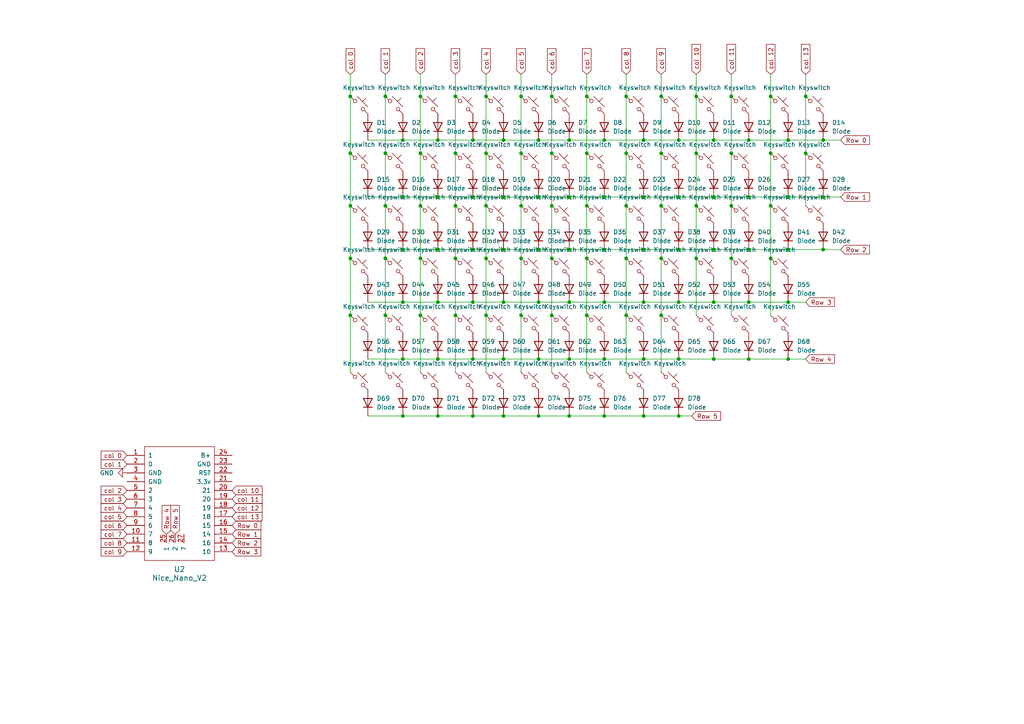
<source format=kicad_sch>
(kicad_sch (version 20250114) (generator "eeschema") (generator_version "9.0")
  (paper "A4")
  (junction (at 217.17 40.64))
  (junction (at 156.21 104.14))
  (junction (at 165.1 72.39))
  (junction (at 238.76 40.64))
  (junction (at 165.1 104.14))
  (junction (at 160.02 74.93))
  (junction (at 165.1 57.15))
  (junction (at 165.1 40.64))
  (junction (at 207.01 104.14))
  (junction (at 151.13 59.69))
  (junction (at 223.52 74.93))
  (junction (at 233.68 44.45))
  (junction (at 121.92 74.93))
  (junction (at 212.09 59.69))
  (junction (at 191.77 91.44))
  (junction (at 170.18 91.44))
  (junction (at 181.61 27.94))
  (junction (at 160.02 27.94))
  (junction (at 137.16 120.65))
  (junction (at 175.26 104.14))
  (junction (at 156.21 40.64))
  (junction (at 140.97 59.69))
  (junction (at 175.26 72.39))
  (junction (at 146.05 120.65))
  (junction (at 196.85 40.64))
  (junction (at 111.76 27.94))
  (junction (at 175.26 120.65))
  (junction (at 223.52 27.94))
  (junction (at 137.16 57.15))
  (junction (at 116.84 40.64))
  (junction (at 156.21 87.63))
  (junction (at 233.68 27.94))
  (junction (at 127 87.63))
  (junction (at 146.05 57.15))
  (junction (at 196.85 87.63))
  (junction (at 140.97 74.93))
  (junction (at 137.16 40.64))
  (junction (at 186.69 120.65))
  (junction (at 170.18 74.93))
  (junction (at 196.85 57.15))
  (junction (at 217.17 72.39))
  (junction (at 132.08 59.69))
  (junction (at 186.69 87.63))
  (junction (at 186.69 104.14))
  (junction (at 151.13 74.93))
  (junction (at 116.84 57.15))
  (junction (at 191.77 74.93))
  (junction (at 175.26 57.15))
  (junction (at 160.02 44.45))
  (junction (at 201.93 44.45))
  (junction (at 217.17 57.15))
  (junction (at 121.92 91.44))
  (junction (at 212.09 74.93))
  (junction (at 127 40.64))
  (junction (at 181.61 44.45))
  (junction (at 186.69 57.15))
  (junction (at 101.6 91.44))
  (junction (at 228.6 40.64))
  (junction (at 207.01 40.64))
  (junction (at 151.13 91.44))
  (junction (at 181.61 91.44))
  (junction (at 175.26 87.63))
  (junction (at 207.01 87.63))
  (junction (at 212.09 27.94))
  (junction (at 156.21 57.15))
  (junction (at 127 72.39))
  (junction (at 101.6 74.93))
  (junction (at 170.18 44.45))
  (junction (at 186.69 40.64))
  (junction (at 127 120.65))
  (junction (at 228.6 72.39))
  (junction (at 121.92 59.69))
  (junction (at 217.17 104.14))
  (junction (at 101.6 44.45))
  (junction (at 228.6 57.15))
  (junction (at 228.6 104.14))
  (junction (at 181.61 59.69))
  (junction (at 137.16 72.39))
  (junction (at 238.76 57.15))
  (junction (at 228.6 87.63))
  (junction (at 111.76 91.44))
  (junction (at 217.17 87.63))
  (junction (at 151.13 27.94))
  (junction (at 191.77 59.69))
  (junction (at 146.05 40.64))
  (junction (at 116.84 104.14))
  (junction (at 116.84 87.63))
  (junction (at 146.05 72.39))
  (junction (at 223.52 44.45))
  (junction (at 191.77 44.45))
  (junction (at 181.61 74.93))
  (junction (at 201.93 74.93))
  (junction (at 170.18 27.94))
  (junction (at 191.77 27.94))
  (junction (at 111.76 44.45))
  (junction (at 160.02 59.69))
  (junction (at 132.08 27.94))
  (junction (at 121.92 44.45))
  (junction (at 101.6 59.69))
  (junction (at 156.21 120.65))
  (junction (at 238.76 72.39))
  (junction (at 196.85 120.65))
  (junction (at 196.85 104.14))
  (junction (at 127 104.14))
  (junction (at 170.18 59.69))
  (junction (at 201.93 59.69))
  (junction (at 111.76 74.93))
  (junction (at 121.92 27.94))
  (junction (at 116.84 72.39))
  (junction (at 207.01 57.15))
  (junction (at 165.1 120.65))
  (junction (at 207.01 72.39))
  (junction (at 140.97 27.94))
  (junction (at 146.05 104.14))
  (junction (at 140.97 91.44))
  (junction (at 111.76 59.69))
  (junction (at 132.08 44.45))
  (junction (at 201.93 27.94))
  (junction (at 186.69 72.39))
  (junction (at 132.08 74.93))
  (junction (at 127 57.15))
  (junction (at 137.16 87.63))
  (junction (at 196.85 72.39))
  (junction (at 146.05 87.63))
  (junction (at 175.26 40.64))
  (junction (at 137.16 104.14))
  (junction (at 151.13 44.45))
  (junction (at 156.21 72.39))
  (junction (at 132.08 91.44))
  (junction (at 140.97 44.45))
  (junction (at 101.6 27.94))
  (junction (at 223.52 59.69))
  (junction (at 165.1 87.63))
  (junction (at 160.02 91.44))
  (junction (at 116.84 120.65))
  (junction (at 212.09 44.45))
  (wire (pts (xy 132.08 44.45) (xy 132.08 59.69)))
  (wire (pts (xy 212.09 74.93) (xy 212.09 91.44)))
  (wire (pts (xy 121.92 44.45) (xy 121.92 59.69)))
  (wire (pts (xy 201.93 44.45) (xy 201.93 59.69)))
  (wire (pts (xy 223.52 44.45) (xy 223.52 59.69)))
  (wire (pts (xy 137.16 120.65) (xy 146.05 120.65)))
  (wire (pts (xy 191.77 44.45) (xy 191.77 59.69)))
  (wire (pts (xy 165.1 120.65) (xy 175.26 120.65)))
  (wire (pts (xy 140.97 91.44) (xy 140.97 107.95)))
  (wire (pts (xy 217.17 40.64) (xy 228.6 40.64)))
  (wire (pts (xy 217.17 57.15) (xy 228.6 57.15)))
  (wire (pts (xy 191.77 27.94) (xy 191.77 44.45)))
  (wire (pts (xy 181.61 91.44) (xy 181.61 107.95)))
  (wire (pts (xy 165.1 104.14) (xy 175.26 104.14)))
  (wire (pts (xy 137.16 57.15) (xy 146.05 57.15)))
  (wire (pts (xy 186.69 57.15) (xy 196.85 57.15)))
  (wire (pts (xy 101.6 74.93) (xy 101.6 91.44)))
  (wire (pts (xy 140.97 27.94) (xy 140.97 44.45)))
  (wire (pts (xy 223.52 74.93) (xy 223.52 91.44)))
  (wire (pts (xy 191.77 21.59) (xy 191.77 27.94)))
  (wire (pts (xy 137.16 40.64) (xy 146.05 40.64)))
  (wire (pts (xy 196.85 72.39) (xy 207.01 72.39)))
  (wire (pts (xy 132.08 91.44) (xy 132.08 107.95)))
  (wire (pts (xy 243.84 72.39) (xy 238.76 72.39)))
  (wire (pts (xy 146.05 57.15) (xy 156.21 57.15)))
  (wire (pts (xy 243.84 57.15) (xy 238.76 57.15)))
  (wire (pts (xy 165.1 57.15) (xy 175.26 57.15)))
  (wire (pts (xy 151.13 91.44) (xy 151.13 107.95)))
  (wire (pts (xy 201.93 21.59) (xy 201.93 27.94)))
  (wire (pts (xy 160.02 44.45) (xy 160.02 59.69)))
  (wire (pts (xy 111.76 21.59) (xy 111.76 27.94)))
  (wire (pts (xy 217.17 87.63) (xy 228.6 87.63)))
  (wire (pts (xy 111.76 44.45) (xy 111.76 59.69)))
  (wire (pts (xy 233.68 27.94) (xy 233.68 44.45)))
  (wire (pts (xy 170.18 44.45) (xy 170.18 59.69)))
  (wire (pts (xy 165.1 40.64) (xy 175.26 40.64)))
  (wire (pts (xy 181.61 27.94) (xy 181.61 44.45)))
  (wire (pts (xy 175.26 104.14) (xy 186.69 104.14)))
  (wire (pts (xy 106.68 40.64) (xy 116.84 40.64)))
  (wire (pts (xy 106.68 57.15) (xy 116.84 57.15)))
  (wire (pts (xy 156.21 120.65) (xy 165.1 120.65)))
  (wire (pts (xy 121.92 21.59) (xy 121.92 27.94)))
  (wire (pts (xy 212.09 27.94) (xy 212.09 44.45)))
  (wire (pts (xy 156.21 72.39) (xy 165.1 72.39)))
  (wire (pts (xy 223.52 21.59) (xy 223.52 27.94)))
  (wire (pts (xy 132.08 27.94) (xy 132.08 44.45)))
  (wire (pts (xy 111.76 74.93) (xy 111.76 91.44)))
  (wire (pts (xy 132.08 74.93) (xy 132.08 91.44)))
  (wire (pts (xy 156.21 57.15) (xy 165.1 57.15)))
  (wire (pts (xy 132.08 59.69) (xy 132.08 74.93)))
  (wire (pts (xy 165.1 87.63) (xy 175.26 87.63)))
  (wire (pts (xy 106.68 87.63) (xy 116.84 87.63)))
  (wire (pts (xy 116.84 40.64) (xy 127 40.64)))
  (wire (pts (xy 243.84 40.64) (xy 238.76 40.64)))
  (wire (pts (xy 191.77 91.44) (xy 191.77 107.95)))
  (wire (pts (xy 146.05 40.64) (xy 156.21 40.64)))
  (wire (pts (xy 165.1 72.39) (xy 175.26 72.39)))
  (wire (pts (xy 116.84 87.63) (xy 127 87.63)))
  (wire (pts (xy 181.61 21.59) (xy 181.61 27.94)))
  (wire (pts (xy 111.76 59.69) (xy 111.76 74.93)))
  (wire (pts (xy 201.93 27.94) (xy 201.93 44.45)))
  (wire (pts (xy 207.01 87.63) (xy 217.17 87.63)))
  (wire (pts (xy 196.85 87.63) (xy 207.01 87.63)))
  (wire (pts (xy 111.76 91.44) (xy 111.76 107.95)))
  (wire (pts (xy 106.68 72.39) (xy 116.84 72.39)))
  (wire (pts (xy 151.13 74.93) (xy 151.13 91.44)))
  (wire (pts (xy 121.92 74.93) (xy 121.92 91.44)))
  (wire (pts (xy 181.61 44.45) (xy 181.61 59.69)))
  (wire (pts (xy 160.02 74.93) (xy 160.02 91.44)))
  (wire (pts (xy 181.61 59.69) (xy 181.61 74.93)))
  (wire (pts (xy 160.02 27.94) (xy 160.02 44.45)))
  (wire (pts (xy 186.69 104.14) (xy 196.85 104.14)))
  (wire (pts (xy 151.13 59.69) (xy 151.13 74.93)))
  (wire (pts (xy 101.6 59.69) (xy 101.6 74.93)))
  (wire (pts (xy 196.85 57.15) (xy 207.01 57.15)))
  (wire (pts (xy 170.18 91.44) (xy 170.18 107.95)))
  (wire (pts (xy 175.26 57.15) (xy 186.69 57.15)))
  (wire (pts (xy 140.97 74.93) (xy 140.97 91.44)))
  (wire (pts (xy 146.05 104.14) (xy 156.21 104.14)))
  (wire (pts (xy 186.69 40.64) (xy 196.85 40.64)))
  (wire (pts (xy 207.01 72.39) (xy 217.17 72.39)))
  (wire (pts (xy 127 104.14) (xy 137.16 104.14)))
  (wire (pts (xy 228.6 57.15) (xy 238.76 57.15)))
  (wire (pts (xy 207.01 57.15) (xy 217.17 57.15)))
  (wire (pts (xy 156.21 104.14) (xy 165.1 104.14)))
  (wire (pts (xy 170.18 21.59) (xy 170.18 27.94)))
  (wire (pts (xy 146.05 87.63) (xy 156.21 87.63)))
  (wire (pts (xy 207.01 104.14) (xy 217.17 104.14)))
  (wire (pts (xy 170.18 59.69) (xy 170.18 74.93)))
  (wire (pts (xy 127 72.39) (xy 137.16 72.39)))
  (wire (pts (xy 212.09 59.69) (xy 212.09 74.93)))
  (wire (pts (xy 233.68 104.14) (xy 228.6 104.14)))
  (wire (pts (xy 101.6 44.45) (xy 101.6 59.69)))
  (wire (pts (xy 186.69 87.63) (xy 196.85 87.63)))
  (wire (pts (xy 217.17 72.39) (xy 228.6 72.39)))
  (wire (pts (xy 151.13 21.59) (xy 151.13 27.94)))
  (wire (pts (xy 111.76 27.94) (xy 111.76 44.45)))
  (wire (pts (xy 101.6 91.44) (xy 101.6 107.95)))
  (wire (pts (xy 175.26 40.64) (xy 186.69 40.64)))
  (wire (pts (xy 175.26 72.39) (xy 186.69 72.39)))
  (wire (pts (xy 151.13 44.45) (xy 151.13 59.69)))
  (wire (pts (xy 228.6 40.64) (xy 238.76 40.64)))
  (wire (pts (xy 140.97 59.69) (xy 140.97 74.93)))
  (wire (pts (xy 127 40.64) (xy 137.16 40.64)))
  (wire (pts (xy 101.6 21.59) (xy 101.6 27.94)))
  (wire (pts (xy 181.61 74.93) (xy 181.61 91.44)))
  (wire (pts (xy 223.52 59.69) (xy 223.52 74.93)))
  (wire (pts (xy 201.93 59.69) (xy 201.93 74.93)))
  (wire (pts (xy 137.16 87.63) (xy 146.05 87.63)))
  (wire (pts (xy 207.01 40.64) (xy 217.17 40.64)))
  (wire (pts (xy 201.93 74.93) (xy 201.93 91.44)))
  (wire (pts (xy 233.68 21.59) (xy 233.68 27.94)))
  (wire (pts (xy 127 57.15) (xy 137.16 57.15)))
  (wire (pts (xy 140.97 21.59) (xy 140.97 27.94)))
  (wire (pts (xy 116.84 57.15) (xy 127 57.15)))
  (wire (pts (xy 116.84 120.65) (xy 127 120.65)))
  (wire (pts (xy 156.21 40.64) (xy 165.1 40.64)))
  (wire (pts (xy 160.02 21.59) (xy 160.02 27.94)))
  (wire (pts (xy 156.21 87.63) (xy 165.1 87.63)))
  (wire (pts (xy 233.68 44.45) (xy 233.68 59.69)))
  (wire (pts (xy 160.02 59.69) (xy 160.02 74.93)))
  (wire (pts (xy 116.84 104.14) (xy 127 104.14)))
  (wire (pts (xy 121.92 27.94) (xy 121.92 44.45)))
  (wire (pts (xy 228.6 72.39) (xy 238.76 72.39)))
  (wire (pts (xy 186.69 72.39) (xy 196.85 72.39)))
  (wire (pts (xy 121.92 91.44) (xy 121.92 107.95)))
  (wire (pts (xy 137.16 72.39) (xy 146.05 72.39)))
  (wire (pts (xy 200.66 120.65) (xy 196.85 120.65)))
  (wire (pts (xy 233.68 87.63) (xy 228.6 87.63)))
  (wire (pts (xy 106.68 104.14) (xy 116.84 104.14)))
  (wire (pts (xy 127 87.63) (xy 137.16 87.63)))
  (wire (pts (xy 160.02 91.44) (xy 160.02 107.95)))
  (wire (pts (xy 175.26 120.65) (xy 186.69 120.65)))
  (wire (pts (xy 137.16 104.14) (xy 146.05 104.14)))
  (wire (pts (xy 196.85 40.64) (xy 207.01 40.64)))
  (wire (pts (xy 146.05 72.39) (xy 156.21 72.39)))
  (wire (pts (xy 191.77 74.93) (xy 191.77 91.44)))
  (wire (pts (xy 212.09 21.59) (xy 212.09 27.94)))
  (wire (pts (xy 121.92 59.69) (xy 121.92 74.93)))
  (wire (pts (xy 140.97 44.45) (xy 140.97 59.69)))
  (wire (pts (xy 223.52 27.94) (xy 223.52 44.45)))
  (wire (pts (xy 212.09 44.45) (xy 212.09 59.69)))
  (wire (pts (xy 151.13 27.94) (xy 151.13 44.45)))
  (wire (pts (xy 186.69 120.65) (xy 196.85 120.65)))
  (wire (pts (xy 196.85 104.14) (xy 207.01 104.14)))
  (wire (pts (xy 191.77 59.69) (xy 191.77 74.93)))
  (wire (pts (xy 170.18 74.93) (xy 170.18 91.44)))
  (wire (pts (xy 146.05 120.65) (xy 156.21 120.65)))
  (wire (pts (xy 101.6 27.94) (xy 101.6 44.45)))
  (wire (pts (xy 175.26 87.63) (xy 186.69 87.63)))
  (wire (pts (xy 217.17 104.14) (xy 228.6 104.14)))
  (wire (pts (xy 170.18 27.94) (xy 170.18 44.45)))
  (wire (pts (xy 106.68 120.65) (xy 116.84 120.65)))
  (wire (pts (xy 127 120.65) (xy 137.16 120.65)))
  (wire (pts (xy 116.84 72.39) (xy 127 72.39)))
  (wire (pts (xy 132.08 21.59) (xy 132.08 27.94)))
  (global_label "Row 2" (shape input) (at 67.31 157.48 0) (property "Intersheetrefs" "${INTERSHEET_REFS}" (effects (hide yes))))
  (global_label "Row 3" (shape input) (at 67.31 160.02 0) (property "Intersheetrefs" "${INTERSHEET_REFS}" (effects (hide yes))))
  (global_label "col 10" (shape input) (at 201.93 21.59 90) (property "Intersheetrefs" "${INTERSHEET_REFS}" (effects (hide yes))))
  (global_label "col 4" (shape input) (at 140.97 21.59 90) (property "Intersheetrefs" "${INTERSHEET_REFS}" (effects (hide yes))))
  (global_label "col 6" (shape input) (at 36.83 152.4 180) (property "Intersheetrefs" "${INTERSHEET_REFS}" (effects (hide yes))))
  (global_label "col 7" (shape input) (at 170.18 21.59 90) (property "Intersheetrefs" "${INTERSHEET_REFS}" (effects (hide yes))))
  (global_label "col 0" (shape input) (at 101.6 21.59 90) (property "Intersheetrefs" "${INTERSHEET_REFS}" (effects (hide yes))))
  (global_label "col 13" (shape input) (at 67.31 149.86 0) (property "Intersheetrefs" "${INTERSHEET_REFS}" (effects (hide yes))))
  (global_label "col 7" (shape input) (at 36.83 154.94 180) (property "Intersheetrefs" "${INTERSHEET_REFS}" (effects (hide yes))))
  (global_label "Row 1" (shape input) (at 67.31 154.94 0) (property "Intersheetrefs" "${INTERSHEET_REFS}" (effects (hide yes))))
  (global_label "col 3" (shape input) (at 132.08 21.59 90) (property "Intersheetrefs" "${INTERSHEET_REFS}" (effects (hide yes))))
  (global_label "col 5" (shape input) (at 151.13 21.59 90) (property "Intersheetrefs" "${INTERSHEET_REFS}" (effects (hide yes))))
  (global_label "Row 0" (shape input) (at 67.31 152.4 0) (property "Intersheetrefs" "${INTERSHEET_REFS}" (effects (hide yes))))
  (global_label "col 13" (shape input) (at 233.68 21.59 90) (property "Intersheetrefs" "${INTERSHEET_REFS}" (effects (hide yes))))
  (global_label "Row 5" (shape input) (at 50.8 154.94 90) (property "Intersheetrefs" "${INTERSHEET_REFS}" (effects (hide yes))))
  (global_label "col 2" (shape input) (at 36.83 142.24 180) (property "Intersheetrefs" "${INTERSHEET_REFS}" (effects (hide yes))))
  (global_label "col 12" (shape input) (at 67.31 147.32 0) (property "Intersheetrefs" "${INTERSHEET_REFS}" (effects (hide yes))))
  (global_label "col 3" (shape input) (at 36.83 144.78 180) (property "Intersheetrefs" "${INTERSHEET_REFS}" (effects (hide yes))))
  (global_label "col 1" (shape input) (at 111.76 21.59 90) (property "Intersheetrefs" "${INTERSHEET_REFS}" (effects (hide yes))))
  (global_label "col 0" (shape input) (at 36.83 132.08 180) (property "Intersheetrefs" "${INTERSHEET_REFS}" (effects (hide yes))))
  (global_label "col 4" (shape input) (at 36.83 147.32 180) (property "Intersheetrefs" "${INTERSHEET_REFS}" (effects (hide yes))))
  (global_label "Row 1" (shape input) (at 243.84 57.15 0) (property "Intersheetrefs" "${INTERSHEET_REFS}" (effects (hide yes))))
  (global_label "col 6" (shape input) (at 160.02 21.59 90) (property "Intersheetrefs" "${INTERSHEET_REFS}" (effects (hide yes))))
  (global_label "col 1" (shape input) (at 36.83 134.62 180) (property "Intersheetrefs" "${INTERSHEET_REFS}" (effects (hide yes))))
  (global_label "col 9" (shape input) (at 191.77 21.59 90) (property "Intersheetrefs" "${INTERSHEET_REFS}" (effects (hide yes))))
  (global_label "Row 5" (shape input) (at 200.66 120.65 0) (property "Intersheetrefs" "${INTERSHEET_REFS}" (effects (hide yes))))
  (global_label "col 12" (shape input) (at 223.52 21.59 90) (property "Intersheetrefs" "${INTERSHEET_REFS}" (effects (hide yes))))
  (global_label "col 11" (shape input) (at 212.09 21.59 90) (property "Intersheetrefs" "${INTERSHEET_REFS}" (effects (hide yes))))
  (global_label "col 10" (shape input) (at 67.31 142.24 0) (property "Intersheetrefs" "${INTERSHEET_REFS}" (effects (hide yes))))
  (global_label "Row 0" (shape input) (at 243.84 40.64 0) (property "Intersheetrefs" "${INTERSHEET_REFS}" (effects (hide yes))))
  (global_label "Row 4" (shape input) (at 48.26 154.94 90) (property "Intersheetrefs" "${INTERSHEET_REFS}" (effects (hide yes))))
  (global_label "Row 4" (shape input) (at 233.68 104.14 0) (property "Intersheetrefs" "${INTERSHEET_REFS}" (effects (hide yes))))
  (global_label "col 8" (shape input) (at 36.83 157.48 180) (property "Intersheetrefs" "${INTERSHEET_REFS}" (effects (hide yes))))
  (global_label "col 9" (shape input) (at 36.83 160.02 180) (property "Intersheetrefs" "${INTERSHEET_REFS}" (effects (hide yes))))
  (global_label "col 5" (shape input) (at 36.83 149.86 180) (property "Intersheetrefs" "${INTERSHEET_REFS}" (effects (hide yes))))
  (global_label "col 2" (shape input) (at 121.92 21.59 90) (property "Intersheetrefs" "${INTERSHEET_REFS}" (effects (hide yes))))
  (global_label "Row 2" (shape input) (at 243.84 72.39 0) (property "Intersheetrefs" "${INTERSHEET_REFS}" (effects (hide yes))))
  (global_label "col 11" (shape input) (at 67.31 144.78 0) (property "Intersheetrefs" "${INTERSHEET_REFS}" (effects (hide yes))))
  (global_label "Row 3" (shape input) (at 233.68 87.63 0) (property "Intersheetrefs" "${INTERSHEET_REFS}" (effects (hide yes))))
  (global_label "col 8" (shape input) (at 181.61 21.59 90) (property "Intersheetrefs" "${INTERSHEET_REFS}" (effects (hide yes))))
  (symbol (lib_id "ScottoKeebs:Placeholder_Diode") (at 106.68 36.83 90) (unit 1)
    (property "Reference" "D1" (at 109.22 35.5599 90) (effects (justify right)))
    (property "Value" "Diode" (at 109.22 38.0999 90) (effects (justify right)))
    (property "Footprint" "ScottoKeebs_Components:Diode_DO-35" (effects (hide yes)))
    (property "Description" "1N4148 (DO-35) or 1N4148W (SOD-123)" (effects (hide yes)))
    (property "Sim.Device" "D" (effects (hide yes)))
    (property "Sim.Pins" "1=K 2=A" (effects (hide yes)))
  )
  (symbol (lib_id "ScottoKeebs:Placeholder_Keyswitch") (at 153.67 77.47 0) (unit 1)
    (property "Reference" "S48" (effects (hide yes)))
    (property "Value" "Keyswitch" (at 153.67 72.39 0))
    (property "Footprint" "Button_Switch_Keyboard:SW_Cherry_MX_1.00u_PCB" (effects (hide yes)))
    (property "Description" "Push button switch, normally open, two pins, 45° tilted" (effects (hide yes)))
  )
  (symbol (lib_id "ScottoKeebs:Placeholder_Keyswitch") (at 204.47 46.99 0) (unit 1)
    (property "Reference" "S25" (effects (hide yes)))
    (property "Value" "Keyswitch" (at 204.47 41.91 0))
    (property "Footprint" "Button_Switch_Keyboard:SW_Cherry_MX_1.00u_PCB" (effects (hide yes)))
    (property "Description" "Push button switch, normally open, two pins, 45° tilted" (effects (hide yes)))
  )
  (symbol (lib_id "ScottoKeebs:Placeholder_Diode") (at 175.26 100.33 90) (unit 1)
    (property "Reference" "D63" (at 177.8 99.0599 90) (effects (justify right)))
    (property "Value" "Diode" (at 177.8 101.5999 90) (effects (justify right)))
    (property "Footprint" "ScottoKeebs_Components:Diode_DO-35" (effects (hide yes)))
    (property "Description" "1N4148 (DO-35) or 1N4148W (SOD-123)" (effects (hide yes)))
    (property "Sim.Device" "D" (effects (hide yes)))
    (property "Sim.Pins" "1=K 2=A" (effects (hide yes)))
  )
  (symbol (lib_id "ScottoKeebs:Placeholder_Diode") (at 175.26 36.83 90) (unit 1)
    (property "Reference" "D8" (at 177.8 35.5599 90) (effects (justify right)))
    (property "Value" "Diode" (at 177.8 38.0999 90) (effects (justify right)))
    (property "Footprint" "ScottoKeebs_Components:Diode_DO-35" (effects (hide yes)))
    (property "Description" "1N4148 (DO-35) or 1N4148W (SOD-123)" (effects (hide yes)))
    (property "Sim.Device" "D" (effects (hide yes)))
    (property "Sim.Pins" "1=K 2=A" (effects (hide yes)))
  )
  (symbol (lib_id "ScottoKeebs:Placeholder_Diode") (at 156.21 36.83 90) (unit 1)
    (property "Reference" "D6" (at 158.75 35.5599 90) (effects (justify right)))
    (property "Value" "Diode" (at 158.75 38.0999 90) (effects (justify right)))
    (property "Footprint" "ScottoKeebs_Components:Diode_DO-35" (effects (hide yes)))
    (property "Description" "1N4148 (DO-35) or 1N4148W (SOD-123)" (effects (hide yes)))
    (property "Sim.Device" "D" (effects (hide yes)))
    (property "Sim.Pins" "1=K 2=A" (effects (hide yes)))
  )
  (symbol (lib_id "ScottoKeebs:Placeholder_Keyswitch") (at 226.06 46.99 0) (unit 1)
    (property "Reference" "S27" (effects (hide yes)))
    (property "Value" "Keyswitch" (at 226.06 41.91 0))
    (property "Footprint" "Button_Switch_Keyboard:SW_Cherry_MX_1.00u_PCB" (effects (hide yes)))
    (property "Description" "Push button switch, normally open, two pins, 45° tilted" (effects (hide yes)))
  )
  (symbol (lib_id "ScottoKeebs:Placeholder_Keyswitch") (at 204.47 62.23 0) (unit 1)
    (property "Reference" "S39" (effects (hide yes)))
    (property "Value" "Keyswitch" (at 204.47 57.15 0))
    (property "Footprint" "Button_Switch_Keyboard:SW_Cherry_MX_1.00u_PCB" (effects (hide yes)))
    (property "Description" "Push button switch, normally open, two pins, 45° tilted" (effects (hide yes)))
  )
  (symbol (lib_id "ScottoKeebs:Placeholder_Keyswitch") (at 124.46 46.99 0) (unit 1)
    (property "Reference" "S17" (effects (hide yes)))
    (property "Value" "Keyswitch" (at 124.46 41.91 0))
    (property "Footprint" "Button_Switch_Keyboard:SW_Cherry_MX_1.00u_PCB" (effects (hide yes)))
    (property "Description" "Push button switch, normally open, two pins, 45° tilted" (effects (hide yes)))
  )
  (symbol (lib_id "ScottoKeebs:Placeholder_Diode") (at 127 100.33 90) (unit 1)
    (property "Reference" "D58" (at 129.54 99.0599 90) (effects (justify right)))
    (property "Value" "Diode" (at 129.54 101.5999 90) (effects (justify right)))
    (property "Footprint" "ScottoKeebs_Components:Diode_DO-35" (effects (hide yes)))
    (property "Description" "1N4148 (DO-35) or 1N4148W (SOD-123)" (effects (hide yes)))
    (property "Sim.Device" "D" (effects (hide yes)))
    (property "Sim.Pins" "1=K 2=A" (effects (hide yes)))
  )
  (symbol (lib_id "ScottoKeebs:Placeholder_Keyswitch") (at 226.06 77.47 0) (unit 1)
    (property "Reference" "S55" (effects (hide yes)))
    (property "Value" "Keyswitch" (at 226.06 72.39 0))
    (property "Footprint" "Button_Switch_Keyboard:SW_Cherry_MX_1.00u_PCB" (effects (hide yes)))
    (property "Description" "Push button switch, normally open, two pins, 45° tilted" (effects (hide yes)))
  )
  (symbol (lib_id "ScottoKeebs:Placeholder_Diode") (at 156.21 100.33 90) (unit 1)
    (property "Reference" "D61" (at 158.75 99.0599 90) (effects (justify right)))
    (property "Value" "Diode" (at 158.75 101.5999 90) (effects (justify right)))
    (property "Footprint" "ScottoKeebs_Components:Diode_DO-35" (effects (hide yes)))
    (property "Description" "1N4148 (DO-35) or 1N4148W (SOD-123)" (effects (hide yes)))
    (property "Sim.Device" "D" (effects (hide yes)))
    (property "Sim.Pins" "1=K 2=A" (effects (hide yes)))
  )
  (symbol (lib_id "power:GND") (at 36.83 137.16 270) (unit 1)
    (property "Reference" "#PWR01" (effects (hide yes)))
    (property "Value" "GND" (at 33.02 137.1599 90) (effects (justify right)))
    (property "Description" "Power symbol creates a global label with name \"GND\" , ground" (effects (hide yes)))
  )
  (symbol (lib_id "ScottoKeebs:Placeholder_Keyswitch") (at 134.62 46.99 0) (unit 1)
    (property "Reference" "S18" (effects (hide yes)))
    (property "Value" "Keyswitch" (at 134.62 41.91 0))
    (property "Footprint" "Button_Switch_Keyboard:SW_Cherry_MX_1.00u_PCB" (effects (hide yes)))
    (property "Description" "Push button switch, normally open, two pins, 45° tilted" (effects (hide yes)))
  )
  (symbol (lib_id "ScottoKeebs:Placeholder_Diode") (at 186.69 53.34 90) (unit 1)
    (property "Reference" "D23" (at 189.23 52.0699 90) (effects (justify right)))
    (property "Value" "Diode" (at 189.23 54.6099 90) (effects (justify right)))
    (property "Footprint" "ScottoKeebs_Components:Diode_DO-35" (effects (hide yes)))
    (property "Description" "1N4148 (DO-35) or 1N4148W (SOD-123)" (effects (hide yes)))
    (property "Sim.Device" "D" (effects (hide yes)))
    (property "Sim.Pins" "1=K 2=A" (effects (hide yes)))
  )
  (symbol (lib_id "ScottoKeebs:Placeholder_Diode") (at 127 53.34 90) (unit 1)
    (property "Reference" "D17" (at 129.54 52.0699 90) (effects (justify right)))
    (property "Value" "Diode" (at 129.54 54.6099 90) (effects (justify right)))
    (property "Footprint" "ScottoKeebs_Components:Diode_DO-35" (effects (hide yes)))
    (property "Description" "1N4148 (DO-35) or 1N4148W (SOD-123)" (effects (hide yes)))
    (property "Sim.Device" "D" (effects (hide yes)))
    (property "Sim.Pins" "1=K 2=A" (effects (hide yes)))
  )
  (symbol (lib_id "ScottoKeebs:Placeholder_Diode") (at 175.26 83.82 90) (unit 1)
    (property "Reference" "D50" (at 177.8 82.5499 90) (effects (justify right)))
    (property "Value" "Diode" (at 177.8 85.0899 90) (effects (justify right)))
    (property "Footprint" "ScottoKeebs_Components:Diode_DO-35" (effects (hide yes)))
    (property "Description" "1N4148 (DO-35) or 1N4148W (SOD-123)" (effects (hide yes)))
    (property "Sim.Device" "D" (effects (hide yes)))
    (property "Sim.Pins" "1=K 2=A" (effects (hide yes)))
  )
  (symbol (lib_id "ScottoKeebs:Placeholder_Keyswitch") (at 153.67 110.49 0) (unit 1)
    (property "Reference" "S74" (effects (hide yes)))
    (property "Value" "Keyswitch" (at 153.67 105.41 0))
    (property "Footprint" "Button_Switch_Keyboard:SW_Cherry_MX_1.00u_PCB" (effects (hide yes)))
    (property "Description" "Push button switch, normally open, two pins, 45° tilted" (effects (hide yes)))
  )
  (symbol (lib_id "ScottoKeebs:Placeholder_Diode") (at 165.1 116.84 90) (unit 1)
    (property "Reference" "D75" (at 167.64 115.5699 90) (effects (justify right)))
    (property "Value" "Diode" (at 167.64 118.1099 90) (effects (justify right)))
    (property "Footprint" "ScottoKeebs_Components:Diode_DO-35" (effects (hide yes)))
    (property "Description" "1N4148 (DO-35) or 1N4148W (SOD-123)" (effects (hide yes)))
    (property "Sim.Device" "D" (effects (hide yes)))
    (property "Sim.Pins" "1=K 2=A" (effects (hide yes)))
  )
  (symbol (lib_id "ScottoKeebs:Placeholder_Keyswitch") (at 194.31 46.99 0) (unit 1)
    (property "Reference" "S24" (effects (hide yes)))
    (property "Value" "Keyswitch" (at 194.31 41.91 0))
    (property "Footprint" "Button_Switch_Keyboard:SW_Cherry_MX_1.00u_PCB" (effects (hide yes)))
    (property "Description" "Push button switch, normally open, two pins, 45° tilted" (effects (hide yes)))
  )
  (symbol (lib_id "ScottoKeebs:Placeholder_Diode") (at 196.85 36.83 90) (unit 1)
    (property "Reference" "D10" (at 199.39 35.5599 90) (effects (justify right)))
    (property "Value" "Diode" (at 199.39 38.0999 90) (effects (justify right)))
    (property "Footprint" "ScottoKeebs_Components:Diode_DO-35" (effects (hide yes)))
    (property "Description" "1N4148 (DO-35) or 1N4148W (SOD-123)" (effects (hide yes)))
    (property "Sim.Device" "D" (effects (hide yes)))
    (property "Sim.Pins" "1=K 2=A" (effects (hide yes)))
  )
  (symbol (lib_id "ScottoKeebs:Placeholder_Keyswitch") (at 162.56 110.49 0) (unit 1)
    (property "Reference" "S75" (effects (hide yes)))
    (property "Value" "Keyswitch" (at 162.56 105.41 0))
    (property "Footprint" "Button_Switch_Keyboard:SW_Cherry_MX_1.00u_PCB" (effects (hide yes)))
    (property "Description" "Push button switch, normally open, two pins, 45° tilted" (effects (hide yes)))
  )
  (symbol (lib_id "ScottoKeebs:Placeholder_Keyswitch") (at 143.51 110.49 0) (unit 1)
    (property "Reference" "S73" (effects (hide yes)))
    (property "Value" "Keyswitch" (at 143.51 105.41 0))
    (property "Footprint" "Button_Switch_Keyboard:SW_Cherry_MX_1.00u_PCB" (effects (hide yes)))
    (property "Description" "Push button switch, normally open, two pins, 45° tilted" (effects (hide yes)))
  )
  (symbol (lib_id "ScottoKeebs:Placeholder_Keyswitch") (at 194.31 93.98 0) (unit 1)
    (property "Reference" "S65" (effects (hide yes)))
    (property "Value" "Keyswitch" (at 194.31 88.9 0))
    (property "Footprint" "Button_Switch_Keyboard:SW_Cherry_MX_1.00u_PCB" (effects (hide yes)))
    (property "Description" "Push button switch, normally open, two pins, 45° tilted" (effects (hide yes)))
  )
  (symbol (lib_id "ScottoKeebs:Placeholder_Keyswitch") (at 236.22 62.23 0) (unit 1)
    (property "Reference" "S42" (effects (hide yes)))
    (property "Value" "Keyswitch" (at 236.22 57.15 0))
    (property "Footprint" "Button_Switch_Keyboard:SW_Cherry_MX_1.00u_PCB" (effects (hide yes)))
    (property "Description" "Push button switch, normally open, two pins, 45° tilted" (effects (hide yes)))
  )
  (symbol (lib_id "ScottoKeebs:Placeholder_Diode") (at 217.17 83.82 90) (unit 1)
    (property "Reference" "D54" (at 219.71 82.5499 90) (effects (justify right)))
    (property "Value" "Diode" (at 219.71 85.0899 90) (effects (justify right)))
    (property "Footprint" "ScottoKeebs_Components:Diode_DO-35" (effects (hide yes)))
    (property "Description" "1N4148 (DO-35) or 1N4148W (SOD-123)" (effects (hide yes)))
    (property "Sim.Device" "D" (effects (hide yes)))
    (property "Sim.Pins" "1=K 2=A" (effects (hide yes)))
  )
  (symbol (lib_id "ScottoKeebs:Placeholder_Diode") (at 217.17 100.33 90) (unit 1)
    (property "Reference" "D67" (at 219.71 99.0599 90) (effects (justify right)))
    (property "Value" "Diode" (at 219.71 101.5999 90) (effects (justify right)))
    (property "Footprint" "ScottoKeebs_Components:Diode_DO-35" (effects (hide yes)))
    (property "Description" "1N4148 (DO-35) or 1N4148W (SOD-123)" (effects (hide yes)))
    (property "Sim.Device" "D" (effects (hide yes)))
    (property "Sim.Pins" "1=K 2=A" (effects (hide yes)))
  )
  (symbol (lib_id "ScottoKeebs:Placeholder_Diode") (at 228.6 83.82 90) (unit 1)
    (property "Reference" "D55" (at 231.14 82.5499 90) (effects (justify right)))
    (property "Value" "Diode" (at 231.14 85.0899 90) (effects (justify right)))
    (property "Footprint" "ScottoKeebs_Components:Diode_DO-35" (effects (hide yes)))
    (property "Description" "1N4148 (DO-35) or 1N4148W (SOD-123)" (effects (hide yes)))
    (property "Sim.Device" "D" (effects (hide yes)))
    (property "Sim.Pins" "1=K 2=A" (effects (hide yes)))
  )
  (symbol (lib_id "ScottoKeebs:Placeholder_Diode") (at 116.84 116.84 90) (unit 1)
    (property "Reference" "D70" (at 119.38 115.5699 90) (effects (justify right)))
    (property "Value" "Diode" (at 119.38 118.1099 90) (effects (justify right)))
    (property "Footprint" "ScottoKeebs_Components:Diode_DO-35" (effects (hide yes)))
    (property "Description" "1N4148 (DO-35) or 1N4148W (SOD-123)" (effects (hide yes)))
    (property "Sim.Device" "D" (effects (hide yes)))
    (property "Sim.Pins" "1=K 2=A" (effects (hide yes)))
  )
  (symbol (lib_id "ScottoKeebs:Placeholder_Keyswitch") (at 153.67 62.23 0) (unit 1)
    (property "Reference" "S34" (effects (hide yes)))
    (property "Value" "Keyswitch" (at 153.67 57.15 0))
    (property "Footprint" "Button_Switch_Keyboard:SW_Cherry_MX_1.00u_PCB" (effects (hide yes)))
    (property "Description" "Push button switch, normally open, two pins, 45° tilted" (effects (hide yes)))
  )
  (symbol (lib_id "ScottoKeebs:Placeholder_Keyswitch") (at 134.62 110.49 0) (unit 1)
    (property "Reference" "S72" (effects (hide yes)))
    (property "Value" "Keyswitch" (at 134.62 105.41 0))
    (property "Footprint" "Button_Switch_Keyboard:SW_Cherry_MX_1.00u_PCB" (effects (hide yes)))
    (property "Description" "Push button switch, normally open, two pins, 45° tilted" (effects (hide yes)))
  )
  (symbol (lib_id "ScottoKeebs:Placeholder_Diode") (at 196.85 116.84 90) (unit 1)
    (property "Reference" "D78" (at 199.39 115.5699 90) (effects (justify right)))
    (property "Value" "Diode" (at 199.39 118.1099 90) (effects (justify right)))
    (property "Footprint" "ScottoKeebs_Components:Diode_DO-35" (effects (hide yes)))
    (property "Description" "1N4148 (DO-35) or 1N4148W (SOD-123)" (effects (hide yes)))
    (property "Sim.Device" "D" (effects (hide yes)))
    (property "Sim.Pins" "1=K 2=A" (effects (hide yes)))
  )
  (symbol (lib_id "ScottoKeebs:Placeholder_Diode") (at 228.6 53.34 90) (unit 1)
    (property "Reference" "D27" (at 231.14 52.0699 90) (effects (justify right)))
    (property "Value" "Diode" (at 231.14 54.6099 90) (effects (justify right)))
    (property "Footprint" "ScottoKeebs_Components:Diode_DO-35" (effects (hide yes)))
    (property "Description" "1N4148 (DO-35) or 1N4148W (SOD-123)" (effects (hide yes)))
    (property "Sim.Device" "D" (effects (hide yes)))
    (property "Sim.Pins" "1=K 2=A" (effects (hide yes)))
  )
  (symbol (lib_id "ScottoKeebs:Placeholder_Diode") (at 228.6 68.58 90) (unit 1)
    (property "Reference" "D41" (at 231.14 67.3099 90) (effects (justify right)))
    (property "Value" "Diode" (at 231.14 69.8499 90) (effects (justify right)))
    (property "Footprint" "ScottoKeebs_Components:Diode_DO-35" (effects (hide yes)))
    (property "Description" "1N4148 (DO-35) or 1N4148W (SOD-123)" (effects (hide yes)))
    (property "Sim.Device" "D" (effects (hide yes)))
    (property "Sim.Pins" "1=K 2=A" (effects (hide yes)))
  )
  (symbol (lib_id "ScottoKeebs:Placeholder_Diode") (at 228.6 36.83 90) (unit 1)
    (property "Reference" "D13" (at 231.14 35.5599 90) (effects (justify right)))
    (property "Value" "Diode" (at 231.14 38.0999 90) (effects (justify right)))
    (property "Footprint" "ScottoKeebs_Components:Diode_DO-35" (effects (hide yes)))
    (property "Description" "1N4148 (DO-35) or 1N4148W (SOD-123)" (effects (hide yes)))
    (property "Sim.Device" "D" (effects (hide yes)))
    (property "Sim.Pins" "1=K 2=A" (effects (hide yes)))
  )
  (symbol (lib_id "ScottoKeebs:Placeholder_Diode") (at 106.68 100.33 90) (unit 1)
    (property "Reference" "D56" (at 109.22 99.0599 90) (effects (justify right)))
    (property "Value" "Diode" (at 109.22 101.5999 90) (effects (justify right)))
    (property "Footprint" "ScottoKeebs_Components:Diode_DO-35" (effects (hide yes)))
    (property "Description" "1N4148 (DO-35) or 1N4148W (SOD-123)" (effects (hide yes)))
    (property "Sim.Device" "D" (effects (hide yes)))
    (property "Sim.Pins" "1=K 2=A" (effects (hide yes)))
  )
  (symbol (lib_id "ScottoKeebs:Placeholder_Keyswitch") (at 114.3 62.23 0) (unit 1)
    (property "Reference" "S30" (effects (hide yes)))
    (property "Value" "Keyswitch" (at 114.3 57.15 0))
    (property "Footprint" "Button_Switch_Keyboard:SW_Cherry_MX_1.00u_PCB" (effects (hide yes)))
    (property "Description" "Push button switch, normally open, two pins, 45° tilted" (effects (hide yes)))
  )
  (symbol (lib_id "ScottoKeebs:Placeholder_Diode") (at 175.26 116.84 90) (unit 1)
    (property "Reference" "D76" (at 177.8 115.5699 90) (effects (justify right)))
    (property "Value" "Diode" (at 177.8 118.1099 90) (effects (justify right)))
    (property "Footprint" "ScottoKeebs_Components:Diode_DO-35" (effects (hide yes)))
    (property "Description" "1N4148 (DO-35) or 1N4148W (SOD-123)" (effects (hide yes)))
    (property "Sim.Device" "D" (effects (hide yes)))
    (property "Sim.Pins" "1=K 2=A" (effects (hide yes)))
  )
  (symbol (lib_id "ScottoKeebs:Placeholder_Keyswitch") (at 143.51 77.47 0) (unit 1)
    (property "Reference" "S47" (effects (hide yes)))
    (property "Value" "Keyswitch" (at 143.51 72.39 0))
    (property "Footprint" "Button_Switch_Keyboard:SW_Cherry_MX_1.00u_PCB" (effects (hide yes)))
    (property "Description" "Push button switch, normally open, two pins, 45° tilted" (effects (hide yes)))
  )
  (symbol (lib_id "ScottoKeebs:Placeholder_Keyswitch") (at 204.47 93.98 0) (unit 1)
    (property "Reference" "S66" (effects (hide yes)))
    (property "Value" "Keyswitch" (at 204.47 88.9 0))
    (property "Footprint" "Button_Switch_Keyboard:SW_Cherry_MX_1.00u_PCB" (effects (hide yes)))
    (property "Description" "Push button switch, normally open, two pins, 45° tilted" (effects (hide yes)))
  )
  (symbol (lib_id "ScottoKeebs:Placeholder_Keyswitch") (at 194.31 77.47 0) (unit 1)
    (property "Reference" "S52" (effects (hide yes)))
    (property "Value" "Keyswitch" (at 194.31 72.39 0))
    (property "Footprint" "Button_Switch_Keyboard:SW_Cherry_MX_1.00u_PCB" (effects (hide yes)))
    (property "Description" "Push button switch, normally open, two pins, 45° tilted" (effects (hide yes)))
  )
  (symbol (lib_id "ScottoKeebs:Placeholder_Diode") (at 186.69 68.58 90) (unit 1)
    (property "Reference" "D37" (at 189.23 67.3099 90) (effects (justify right)))
    (property "Value" "Diode" (at 189.23 69.8499 90) (effects (justify right)))
    (property "Footprint" "ScottoKeebs_Components:Diode_DO-35" (effects (hide yes)))
    (property "Description" "1N4148 (DO-35) or 1N4148W (SOD-123)" (effects (hide yes)))
    (property "Sim.Device" "D" (effects (hide yes)))
    (property "Sim.Pins" "1=K 2=A" (effects (hide yes)))
  )
  (symbol (lib_id "ScottoKeebs:Placeholder_Keyswitch") (at 162.56 93.98 0) (unit 1)
    (property "Reference" "S62" (effects (hide yes)))
    (property "Value" "Keyswitch" (at 162.56 88.9 0))
    (property "Footprint" "Button_Switch_Keyboard:SW_Cherry_MX_1.00u_PCB" (effects (hide yes)))
    (property "Description" "Push button switch, normally open, two pins, 45° tilted" (effects (hide yes)))
  )
  (symbol (lib_id "ScottoKeebs:Placeholder_Diode") (at 156.21 83.82 90) (unit 1)
    (property "Reference" "D48" (at 158.75 82.5499 90) (effects (justify right)))
    (property "Value" "Diode" (at 158.75 85.0899 90) (effects (justify right)))
    (property "Footprint" "ScottoKeebs_Components:Diode_DO-35" (effects (hide yes)))
    (property "Description" "1N4148 (DO-35) or 1N4148W (SOD-123)" (effects (hide yes)))
    (property "Sim.Device" "D" (effects (hide yes)))
    (property "Sim.Pins" "1=K 2=A" (effects (hide yes)))
  )
  (symbol (lib_id "ScottoKeebs:Placeholder_Diode") (at 156.21 116.84 90) (unit 1)
    (property "Reference" "D74" (at 158.75 115.5699 90) (effects (justify right)))
    (property "Value" "Diode" (at 158.75 118.1099 90) (effects (justify right)))
    (property "Footprint" "ScottoKeebs_Components:Diode_DO-35" (effects (hide yes)))
    (property "Description" "1N4148 (DO-35) or 1N4148W (SOD-123)" (effects (hide yes)))
    (property "Sim.Device" "D" (effects (hide yes)))
    (property "Sim.Pins" "1=K 2=A" (effects (hide yes)))
  )
  (symbol (lib_id "ScottoKeebs:Placeholder_Diode") (at 217.17 68.58 90) (unit 1)
    (property "Reference" "D40" (at 219.71 67.3099 90) (effects (justify right)))
    (property "Value" "Diode" (at 219.71 69.8499 90) (effects (justify right)))
    (property "Footprint" "ScottoKeebs_Components:Diode_DO-35" (effects (hide yes)))
    (property "Description" "1N4148 (DO-35) or 1N4148W (SOD-123)" (effects (hide yes)))
    (property "Sim.Device" "D" (effects (hide yes)))
    (property "Sim.Pins" "1=K 2=A" (effects (hide yes)))
  )
  (symbol (lib_id "ScottoKeebs:Placeholder_Diode") (at 106.68 53.34 90) (unit 1)
    (property "Reference" "D15" (at 109.22 52.0699 90) (effects (justify right)))
    (property "Value" "Diode" (at 109.22 54.6099 90) (effects (justify right)))
    (property "Footprint" "ScottoKeebs_Components:Diode_DO-35" (effects (hide yes)))
    (property "Description" "1N4148 (DO-35) or 1N4148W (SOD-123)" (effects (hide yes)))
    (property "Sim.Device" "D" (effects (hide yes)))
    (property "Sim.Pins" "1=K 2=A" (effects (hide yes)))
  )
  (symbol (lib_id "ScottoKeebs:Placeholder_Keyswitch") (at 143.51 46.99 0) (unit 1)
    (property "Reference" "S19" (effects (hide yes)))
    (property "Value" "Keyswitch" (at 143.51 41.91 0))
    (property "Footprint" "Button_Switch_Keyboard:SW_Cherry_MX_1.00u_PCB" (effects (hide yes)))
    (property "Description" "Push button switch, normally open, two pins, 45° tilted" (effects (hide yes)))
  )
  (symbol (lib_id "ScottoKeebs:Placeholder_Diode") (at 156.21 53.34 90) (unit 1)
    (property "Reference" "D20" (at 158.75 52.0699 90) (effects (justify right)))
    (property "Value" "Diode" (at 158.75 54.6099 90) (effects (justify right)))
    (property "Footprint" "ScottoKeebs_Components:Diode_DO-35" (effects (hide yes)))
    (property "Description" "1N4148 (DO-35) or 1N4148W (SOD-123)" (effects (hide yes)))
    (property "Sim.Device" "D" (effects (hide yes)))
    (property "Sim.Pins" "1=K 2=A" (effects (hide yes)))
  )
  (symbol (lib_id "ScottoKeebs:Placeholder_Diode") (at 207.01 83.82 90) (unit 1)
    (property "Reference" "D53" (at 209.55 82.5499 90) (effects (justify right)))
    (property "Value" "Diode" (at 209.55 85.0899 90) (effects (justify right)))
    (property "Footprint" "ScottoKeebs_Components:Diode_DO-35" (effects (hide yes)))
    (property "Description" "1N4148 (DO-35) or 1N4148W (SOD-123)" (effects (hide yes)))
    (property "Sim.Device" "D" (effects (hide yes)))
    (property "Sim.Pins" "1=K 2=A" (effects (hide yes)))
  )
  (symbol (lib_id "ScottoKeebs:Placeholder_Keyswitch") (at 104.14 110.49 0) (unit 1)
    (property "Reference" "S69" (effects (hide yes)))
    (property "Value" "Keyswitch" (at 104.14 105.41 0))
    (property "Footprint" "Button_Switch_Keyboard:SW_Cherry_MX_1.00u_PCB" (effects (hide yes)))
    (property "Description" "Push button switch, normally open, two pins, 45° tilted" (effects (hide yes)))
  )
  (symbol (lib_id "ScottoKeebs:Placeholder_Keyswitch") (at 194.31 110.49 0) (unit 1)
    (property "Reference" "S78" (effects (hide yes)))
    (property "Value" "Keyswitch" (at 194.31 105.41 0))
    (property "Footprint" "Button_Switch_Keyboard:SW_Cherry_MX_1.00u_PCB" (effects (hide yes)))
    (property "Description" "Push button switch, normally open, two pins, 45° tilted" (effects (hide yes)))
  )
  (symbol (lib_id "ScottoKeebs:Placeholder_Diode") (at 238.76 68.58 90) (unit 1)
    (property "Reference" "D42" (at 241.3 67.3099 90) (effects (justify right)))
    (property "Value" "Diode" (at 241.3 69.8499 90) (effects (justify right)))
    (property "Footprint" "ScottoKeebs_Components:Diode_DO-35" (effects (hide yes)))
    (property "Description" "1N4148 (DO-35) or 1N4148W (SOD-123)" (effects (hide yes)))
    (property "Sim.Device" "D" (effects (hide yes)))
    (property "Sim.Pins" "1=K 2=A" (effects (hide yes)))
  )
  (symbol (lib_id "ScottoKeebs:Placeholder_Keyswitch") (at 162.56 77.47 0) (unit 1)
    (property "Reference" "S49" (effects (hide yes)))
    (property "Value" "Keyswitch" (at 162.56 72.39 0))
    (property "Footprint" "Button_Switch_Keyboard:SW_Cherry_MX_1.00u_PCB" (effects (hide yes)))
    (property "Description" "Push button switch, normally open, two pins, 45° tilted" (effects (hide yes)))
  )
  (symbol (lib_id "ScottoKeebs:Placeholder_Keyswitch") (at 153.67 93.98 0) (unit 1)
    (property "Reference" "S61" (effects (hide yes)))
    (property "Value" "Keyswitch" (at 153.67 88.9 0))
    (property "Footprint" "Button_Switch_Keyboard:SW_Cherry_MX_1.00u_PCB" (effects (hide yes)))
    (property "Description" "Push button switch, normally open, two pins, 45° tilted" (effects (hide yes)))
  )
  (symbol (lib_id "ScottoKeebs:Placeholder_Diode") (at 106.68 83.82 90) (unit 1)
    (property "Reference" "D43" (at 109.22 82.5499 90) (effects (justify right)))
    (property "Value" "Diode" (at 109.22 85.0899 90) (effects (justify right)))
    (property "Footprint" "ScottoKeebs_Components:Diode_DO-35" (effects (hide yes)))
    (property "Description" "1N4148 (DO-35) or 1N4148W (SOD-123)" (effects (hide yes)))
    (property "Sim.Device" "D" (effects (hide yes)))
    (property "Sim.Pins" "1=K 2=A" (effects (hide yes)))
  )
  (symbol (lib_id "ScottoKeebs:Placeholder_Keyswitch") (at 134.62 93.98 0) (unit 1)
    (property "Reference" "S59" (effects (hide yes)))
    (property "Value" "Keyswitch" (at 134.62 88.9 0))
    (property "Footprint" "Button_Switch_Keyboard:SW_Cherry_MX_1.00u_PCB" (effects (hide yes)))
    (property "Description" "Push button switch, normally open, two pins, 45° tilted" (effects (hide yes)))
  )
  (symbol (lib_id "ScottoKeebs:Placeholder_Diode") (at 196.85 83.82 90) (unit 1)
    (property "Reference" "D52" (at 199.39 82.5499 90) (effects (justify right)))
    (property "Value" "Diode" (at 199.39 85.0899 90) (effects (justify right)))
    (property "Footprint" "ScottoKeebs_Components:Diode_DO-35" (effects (hide yes)))
    (property "Description" "1N4148 (DO-35) or 1N4148W (SOD-123)" (effects (hide yes)))
    (property "Sim.Device" "D" (effects (hide yes)))
    (property "Sim.Pins" "1=K 2=A" (effects (hide yes)))
  )
  (symbol (lib_id "ScottoKeebs:Placeholder_Diode") (at 238.76 53.34 90) (unit 1)
    (property "Reference" "D28" (at 241.3 52.0699 90) (effects (justify right)))
    (property "Value" "Diode" (at 241.3 54.6099 90) (effects (justify right)))
    (property "Footprint" "ScottoKeebs_Components:Diode_DO-35" (effects (hide yes)))
    (property "Description" "1N4148 (DO-35) or 1N4148W (SOD-123)" (effects (hide yes)))
    (property "Sim.Device" "D" (effects (hide yes)))
    (property "Sim.Pins" "1=K 2=A" (effects (hide yes)))
  )
  (symbol (lib_id "ScottoKeebs:Placeholder_Diode") (at 146.05 83.82 90) (unit 1)
    (property "Reference" "D47" (at 148.59 82.5499 90) (effects (justify right)))
    (property "Value" "Diode" (at 148.59 85.0899 90) (effects (justify right)))
    (property "Footprint" "ScottoKeebs_Components:Diode_DO-35" (effects (hide yes)))
    (property "Description" "1N4148 (DO-35) or 1N4148W (SOD-123)" (effects (hide yes)))
    (property "Sim.Device" "D" (effects (hide yes)))
    (property "Sim.Pins" "1=K 2=A" (effects (hide yes)))
  )
  (symbol (lib_id "ScottoKeebs:Placeholder_Diode") (at 207.01 100.33 90) (unit 1)
    (property "Reference" "D66" (at 209.55 99.0599 90) (effects (justify right)))
    (property "Value" "Diode" (at 209.55 101.5999 90) (effects (justify right)))
    (property "Footprint" "ScottoKeebs_Components:Diode_DO-35" (effects (hide yes)))
    (property "Description" "1N4148 (DO-35) or 1N4148W (SOD-123)" (effects (hide yes)))
    (property "Sim.Device" "D" (effects (hide yes)))
    (property "Sim.Pins" "1=K 2=A" (effects (hide yes)))
  )
  (symbol (lib_id "ScottoKeebs:Placeholder_Diode") (at 127 68.58 90) (unit 1)
    (property "Reference" "D31" (at 129.54 67.3099 90) (effects (justify right)))
    (property "Value" "Diode" (at 129.54 69.8499 90) (effects (justify right)))
    (property "Footprint" "ScottoKeebs_Components:Diode_DO-35" (effects (hide yes)))
    (property "Description" "1N4148 (DO-35) or 1N4148W (SOD-123)" (effects (hide yes)))
    (property "Sim.Device" "D" (effects (hide yes)))
    (property "Sim.Pins" "1=K 2=A" (effects (hide yes)))
  )
  (symbol (lib_id "ScottoKeebs:Placeholder_Keyswitch") (at 172.72 30.48 0) (unit 1)
    (property "Reference" "S8" (effects (hide yes)))
    (property "Value" "Keyswitch" (at 172.72 25.4 0))
    (property "Footprint" "Button_Switch_Keyboard:SW_Cherry_MX_1.00u_PCB" (effects (hide yes)))
    (property "Description" "Push button switch, normally open, two pins, 45° tilted" (effects (hide yes)))
  )
  (symbol (lib_id "ScottoKeebs:Placeholder_Keyswitch") (at 194.31 62.23 0) (unit 1)
    (property "Reference" "S38" (effects (hide yes)))
    (property "Value" "Keyswitch" (at 194.31 57.15 0))
    (property "Footprint" "Button_Switch_Keyboard:SW_Cherry_MX_1.00u_PCB" (effects (hide yes)))
    (property "Description" "Push button switch, normally open, two pins, 45° tilted" (effects (hide yes)))
  )
  (symbol (lib_id "ScottoKeebs:Placeholder_Diode") (at 116.84 68.58 90) (unit 1)
    (property "Reference" "D30" (at 119.38 67.3099 90) (effects (justify right)))
    (property "Value" "Diode" (at 119.38 69.8499 90) (effects (justify right)))
    (property "Footprint" "ScottoKeebs_Components:Diode_DO-35" (effects (hide yes)))
    (property "Description" "1N4148 (DO-35) or 1N4148W (SOD-123)" (effects (hide yes)))
    (property "Sim.Device" "D" (effects (hide yes)))
    (property "Sim.Pins" "1=K 2=A" (effects (hide yes)))
  )
  (symbol (lib_id "ScottoKeebs:Placeholder_Keyswitch") (at 184.15 46.99 0) (unit 1)
    (property "Reference" "S23" (effects (hide yes)))
    (property "Value" "Keyswitch" (at 184.15 41.91 0))
    (property "Footprint" "Button_Switch_Keyboard:SW_Cherry_MX_1.00u_PCB" (effects (hide yes)))
    (property "Description" "Push button switch, normally open, two pins, 45° tilted" (effects (hide yes)))
  )
  (symbol (lib_id "ScottoKeebs:Placeholder_Diode") (at 207.01 68.58 90) (unit 1)
    (property "Reference" "D39" (at 209.55 67.3099 90) (effects (justify right)))
    (property "Value" "Diode" (at 209.55 69.8499 90) (effects (justify right)))
    (property "Footprint" "ScottoKeebs_Components:Diode_DO-35" (effects (hide yes)))
    (property "Description" "1N4148 (DO-35) or 1N4148W (SOD-123)" (effects (hide yes)))
    (property "Sim.Device" "D" (effects (hide yes)))
    (property "Sim.Pins" "1=K 2=A" (effects (hide yes)))
  )
  (symbol (lib_id "ScottoKeebs:Placeholder_Diode") (at 116.84 100.33 90) (unit 1)
    (property "Reference" "D57" (at 119.38 99.0599 90) (effects (justify right)))
    (property "Value" "Diode" (at 119.38 101.5999 90) (effects (justify right)))
    (property "Footprint" "ScottoKeebs_Components:Diode_DO-35" (effects (hide yes)))
    (property "Description" "1N4148 (DO-35) or 1N4148W (SOD-123)" (effects (hide yes)))
    (property "Sim.Device" "D" (effects (hide yes)))
    (property "Sim.Pins" "1=K 2=A" (effects (hide yes)))
  )
  (symbol (lib_id "ScottoKeebs:Placeholder_Diode") (at 207.01 53.34 90) (unit 1)
    (property "Reference" "D25" (at 209.55 52.0699 90) (effects (justify right)))
    (property "Value" "Diode" (at 209.55 54.6099 90) (effects (justify right)))
    (property "Footprint" "ScottoKeebs_Components:Diode_DO-35" (effects (hide yes)))
    (property "Description" "1N4148 (DO-35) or 1N4148W (SOD-123)" (effects (hide yes)))
    (property "Sim.Device" "D" (effects (hide yes)))
    (property "Sim.Pins" "1=K 2=A" (effects (hide yes)))
  )
  (symbol (lib_id "ScottoKeebs:Placeholder_Keyswitch") (at 124.46 77.47 0) (unit 1)
    (property "Reference" "S45" (effects (hide yes)))
    (property "Value" "Keyswitch" (at 124.46 72.39 0))
    (property "Footprint" "Button_Switch_Keyboard:SW_Cherry_MX_1.00u_PCB" (effects (hide yes)))
    (property "Description" "Push button switch, normally open, two pins, 45° tilted" (effects (hide yes)))
  )
  (symbol (lib_id "ScottoKeebs:Placeholder_Diode") (at 137.16 83.82 90) (unit 1)
    (property "Reference" "D46" (at 139.7 82.5499 90) (effects (justify right)))
    (property "Value" "Diode" (at 139.7 85.0899 90) (effects (justify right)))
    (property "Footprint" "ScottoKeebs_Components:Diode_DO-35" (effects (hide yes)))
    (property "Description" "1N4148 (DO-35) or 1N4148W (SOD-123)" (effects (hide yes)))
    (property "Sim.Device" "D" (effects (hide yes)))
    (property "Sim.Pins" "1=K 2=A" (effects (hide yes)))
  )
  (symbol (lib_id "ScottoKeebs:Placeholder_Diode") (at 165.1 53.34 90) (unit 1)
    (property "Reference" "D21" (at 167.64 52.0699 90) (effects (justify right)))
    (property "Value" "Diode" (at 167.64 54.6099 90) (effects (justify right)))
    (property "Footprint" "ScottoKeebs_Components:Diode_DO-35" (effects (hide yes)))
    (property "Description" "1N4148 (DO-35) or 1N4148W (SOD-123)" (effects (hide yes)))
    (property "Sim.Device" "D" (effects (hide yes)))
    (property "Sim.Pins" "1=K 2=A" (effects (hide yes)))
  )
  (symbol (lib_id "ScottoKeebs:Placeholder_Keyswitch") (at 153.67 30.48 0) (unit 1)
    (property "Reference" "S6" (effects (hide yes)))
    (property "Value" "Keyswitch" (at 153.67 25.4 0))
    (property "Footprint" "Button_Switch_Keyboard:SW_Cherry_MX_1.00u_PCB" (effects (hide yes)))
    (property "Description" "Push button switch, normally open, two pins, 45° tilted" (effects (hide yes)))
  )
  (symbol (lib_id "ScottoKeebs:Placeholder_Keyswitch") (at 162.56 46.99 0) (unit 1)
    (property "Reference" "S21" (effects (hide yes)))
    (property "Value" "Keyswitch" (at 162.56 41.91 0))
    (property "Footprint" "Button_Switch_Keyboard:SW_Cherry_MX_1.00u_PCB" (effects (hide yes)))
    (property "Description" "Push button switch, normally open, two pins, 45° tilted" (effects (hide yes)))
  )
  (symbol (lib_id "ScottoKeebs:Placeholder_Keyswitch") (at 143.51 93.98 0) (unit 1)
    (property "Reference" "S60" (effects (hide yes)))
    (property "Value" "Keyswitch" (at 143.51 88.9 0))
    (property "Footprint" "Button_Switch_Keyboard:SW_Cherry_MX_1.00u_PCB" (effects (hide yes)))
    (property "Description" "Push button switch, normally open, two pins, 45° tilted" (effects (hide yes)))
  )
  (symbol (lib_id "ScottoKeebs:Placeholder_Keyswitch") (at 236.22 30.48 0) (unit 1)
    (property "Reference" "S14" (effects (hide yes)))
    (property "Value" "Keyswitch" (at 236.22 25.4 0))
    (property "Footprint" "Button_Switch_Keyboard:SW_Cherry_MX_1.00u_PCB" (effects (hide yes)))
    (property "Description" "Push button switch, normally open, two pins, 45° tilted" (effects (hide yes)))
  )
  (symbol (lib_id "ScottoKeebs:Placeholder_Keyswitch") (at 104.14 46.99 0) (unit 1)
    (property "Reference" "S15" (effects (hide yes)))
    (property "Value" "Keyswitch" (at 104.14 41.91 0))
    (property "Footprint" "Button_Switch_Keyboard:SW_Cherry_MX_1.00u_PCB" (effects (hide yes)))
    (property "Description" "Push button switch, normally open, two pins, 45° tilted" (effects (hide yes)))
  )
  (symbol (lib_id "ScottoKeebs:Placeholder_Keyswitch") (at 172.72 110.49 0) (unit 1)
    (property "Reference" "S76" (effects (hide yes)))
    (property "Value" "Keyswitch" (at 172.72 105.41 0))
    (property "Footprint" "Button_Switch_Keyboard:SW_Cherry_MX_1.00u_PCB" (effects (hide yes)))
    (property "Description" "Push button switch, normally open, two pins, 45° tilted" (effects (hide yes)))
  )
  (symbol (lib_id "ScottoKeebs:Placeholder_Keyswitch") (at 114.3 77.47 0) (unit 1)
    (property "Reference" "S44" (effects (hide yes)))
    (property "Value" "Keyswitch" (at 114.3 72.39 0))
    (property "Footprint" "Button_Switch_Keyboard:SW_Cherry_MX_1.00u_PCB" (effects (hide yes)))
    (property "Description" "Push button switch, normally open, two pins, 45° tilted" (effects (hide yes)))
  )
  (symbol (lib_id "ScottoKeebs:Placeholder_Keyswitch") (at 114.3 30.48 0) (unit 1)
    (property "Reference" "S2" (effects (hide yes)))
    (property "Value" "Keyswitch" (at 114.3 25.4 0))
    (property "Footprint" "Button_Switch_Keyboard:SW_Cherry_MX_1.00u_PCB" (effects (hide yes)))
    (property "Description" "Push button switch, normally open, two pins, 45° tilted" (effects (hide yes)))
  )
  (symbol (lib_id "ScottoKeebs:Placeholder_Diode") (at 137.16 116.84 90) (unit 1)
    (property "Reference" "D72" (at 139.7 115.5699 90) (effects (justify right)))
    (property "Value" "Diode" (at 139.7 118.1099 90) (effects (justify right)))
    (property "Footprint" "ScottoKeebs_Components:Diode_DO-35" (effects (hide yes)))
    (property "Description" "1N4148 (DO-35) or 1N4148W (SOD-123)" (effects (hide yes)))
    (property "Sim.Device" "D" (effects (hide yes)))
    (property "Sim.Pins" "1=K 2=A" (effects (hide yes)))
  )
  (symbol (lib_id "ScottoKeebs:Placeholder_Diode") (at 156.21 68.58 90) (unit 1)
    (property "Reference" "D34" (at 158.75 67.3099 90) (effects (justify right)))
    (property "Value" "Diode" (at 158.75 69.8499 90) (effects (justify right)))
    (property "Footprint" "ScottoKeebs_Components:Diode_DO-35" (effects (hide yes)))
    (property "Description" "1N4148 (DO-35) or 1N4148W (SOD-123)" (effects (hide yes)))
    (property "Sim.Device" "D" (effects (hide yes)))
    (property "Sim.Pins" "1=K 2=A" (effects (hide yes)))
  )
  (symbol (lib_id "ScottoKeebs:Placeholder_Keyswitch") (at 172.72 46.99 0) (unit 1)
    (property "Reference" "S22" (effects (hide yes)))
    (property "Value" "Keyswitch" (at 172.72 41.91 0))
    (property "Footprint" "Button_Switch_Keyboard:SW_Cherry_MX_1.00u_PCB" (effects (hide yes)))
    (property "Description" "Push button switch, normally open, two pins, 45° tilted" (effects (hide yes)))
  )
  (symbol (lib_id "ScottoKeebs:Placeholder_Keyswitch") (at 162.56 30.48 0) (unit 1)
    (property "Reference" "S7" (effects (hide yes)))
    (property "Value" "Keyswitch" (at 162.56 25.4 0))
    (property "Footprint" "Button_Switch_Keyboard:SW_Cherry_MX_1.00u_PCB" (effects (hide yes)))
    (property "Description" "Push button switch, normally open, two pins, 45° tilted" (effects (hide yes)))
  )
  (symbol (lib_id "ScottoKeebs:Placeholder_Keyswitch") (at 184.15 62.23 0) (unit 1)
    (property "Reference" "S37" (effects (hide yes)))
    (property "Value" "Keyswitch" (at 184.15 57.15 0))
    (property "Footprint" "Button_Switch_Keyboard:SW_Cherry_MX_1.00u_PCB" (effects (hide yes)))
    (property "Description" "Push button switch, normally open, two pins, 45° tilted" (effects (hide yes)))
  )
  (symbol (lib_id "ScottoKeebs:Placeholder_Keyswitch") (at 226.06 62.23 0) (unit 1)
    (property "Reference" "S41" (effects (hide yes)))
    (property "Value" "Keyswitch" (at 226.06 57.15 0))
    (property "Footprint" "Button_Switch_Keyboard:SW_Cherry_MX_1.00u_PCB" (effects (hide yes)))
    (property "Description" "Push button switch, normally open, two pins, 45° tilted" (effects (hide yes)))
  )
  (symbol (lib_id "ScottoKeebs:Placeholder_Diode") (at 217.17 53.34 90) (unit 1)
    (property "Reference" "D26" (at 219.71 52.0699 90) (effects (justify right)))
    (property "Value" "Diode" (at 219.71 54.6099 90) (effects (justify right)))
    (property "Footprint" "ScottoKeebs_Components:Diode_DO-35" (effects (hide yes)))
    (property "Description" "1N4148 (DO-35) or 1N4148W (SOD-123)" (effects (hide yes)))
    (property "Sim.Device" "D" (effects (hide yes)))
    (property "Sim.Pins" "1=K 2=A" (effects (hide yes)))
  )
  (symbol (lib_id "ScottoKeebs:Placeholder_Diode") (at 116.84 53.34 90) (unit 1)
    (property "Reference" "D16" (at 119.38 52.0699 90) (effects (justify right)))
    (property "Value" "Diode" (at 119.38 54.6099 90) (effects (justify right)))
    (property "Footprint" "ScottoKeebs_Components:Diode_DO-35" (effects (hide yes)))
    (property "Description" "1N4148 (DO-35) or 1N4148W (SOD-123)" (effects (hide yes)))
    (property "Sim.Device" "D" (effects (hide yes)))
    (property "Sim.Pins" "1=K 2=A" (effects (hide yes)))
  )
  (symbol (lib_id "ScottoKeebs:Placeholder_Keyswitch") (at 184.15 110.49 0) (unit 1)
    (property "Reference" "S77" (effects (hide yes)))
    (property "Value" "Keyswitch" (at 184.15 105.41 0))
    (property "Footprint" "Button_Switch_Keyboard:SW_Cherry_MX_1.00u_PCB" (effects (hide yes)))
    (property "Description" "Push button switch, normally open, two pins, 45° tilted" (effects (hide yes)))
  )
  (symbol (lib_id "ScottoKeebs:Placeholder_Keyswitch") (at 134.62 30.48 0) (unit 1)
    (property "Reference" "S4" (effects (hide yes)))
    (property "Value" "Keyswitch" (at 134.62 25.4 0))
    (property "Footprint" "Button_Switch_Keyboard:SW_Cherry_MX_1.00u_PCB" (effects (hide yes)))
    (property "Description" "Push button switch, normally open, two pins, 45° tilted" (effects (hide yes)))
  )
  (symbol (lib_id "ScottoKeebs:Placeholder_Diode") (at 196.85 100.33 90) (unit 1)
    (property "Reference" "D65" (at 199.39 99.0599 90) (effects (justify right)))
    (property "Value" "Diode" (at 199.39 101.5999 90) (effects (justify right)))
    (property "Footprint" "ScottoKeebs_Components:Diode_DO-35" (effects (hide yes)))
    (property "Description" "1N4148 (DO-35) or 1N4148W (SOD-123)" (effects (hide yes)))
    (property "Sim.Device" "D" (effects (hide yes)))
    (property "Sim.Pins" "1=K 2=A" (effects (hide yes)))
  )
  (symbol (lib_id "ScottoKeebs:Placeholder_Keyswitch") (at 214.63 77.47 0) (unit 1)
    (property "Reference" "S54" (effects (hide yes)))
    (property "Value" "Keyswitch" (at 214.63 72.39 0))
    (property "Footprint" "Button_Switch_Keyboard:SW_Cherry_MX_1.00u_PCB" (effects (hide yes)))
    (property "Description" "Push button switch, normally open, two pins, 45° tilted" (effects (hide yes)))
  )
  (symbol (lib_id "ScottoKeebs:Placeholder_Keyswitch") (at 214.63 62.23 0) (unit 1)
    (property "Reference" "S40" (effects (hide yes)))
    (property "Value" "Keyswitch" (at 214.63 57.15 0))
    (property "Footprint" "Button_Switch_Keyboard:SW_Cherry_MX_1.00u_PCB" (effects (hide yes)))
    (property "Description" "Push button switch, normally open, two pins, 45° tilted" (effects (hide yes)))
  )
  (symbol (lib_id "ScottoKeebs:Placeholder_Keyswitch") (at 184.15 93.98 0) (unit 1)
    (property "Reference" "S64" (effects (hide yes)))
    (property "Value" "Keyswitch" (at 184.15 88.9 0))
    (property "Footprint" "Button_Switch_Keyboard:SW_Cherry_MX_1.00u_PCB" (effects (hide yes)))
    (property "Description" "Push button switch, normally open, two pins, 45° tilted" (effects (hide yes)))
  )
  (symbol (lib_id "ScottoKeebs:Placeholder_Keyswitch") (at 226.06 30.48 0) (unit 1)
    (property "Reference" "S13" (effects (hide yes)))
    (property "Value" "Keyswitch" (at 226.06 25.4 0))
    (property "Footprint" "Button_Switch_Keyboard:SW_Cherry_MX_1.00u_PCB" (effects (hide yes)))
    (property "Description" "Push button switch, normally open, two pins, 45° tilted" (effects (hide yes)))
  )
  (symbol (lib_id "ScottoKeebs:Placeholder_Diode") (at 137.16 53.34 90) (unit 1)
    (property "Reference" "D18" (at 139.7 52.0699 90) (effects (justify right)))
    (property "Value" "Diode" (at 139.7 54.6099 90) (effects (justify right)))
    (property "Footprint" "ScottoKeebs_Components:Diode_DO-35" (effects (hide yes)))
    (property "Description" "1N4148 (DO-35) or 1N4148W (SOD-123)" (effects (hide yes)))
    (property "Sim.Device" "D" (effects (hide yes)))
    (property "Sim.Pins" "1=K 2=A" (effects (hide yes)))
  )
  (symbol (lib_id "ScottoKeebs:Placeholder_Keyswitch") (at 114.3 110.49 0) (unit 1)
    (property "Reference" "S70" (effects (hide yes)))
    (property "Value" "Keyswitch" (at 114.3 105.41 0))
    (property "Footprint" "Button_Switch_Keyboard:SW_Cherry_MX_1.00u_PCB" (effects (hide yes)))
    (property "Description" "Push button switch, normally open, two pins, 45° tilted" (effects (hide yes)))
  )
  (symbol (lib_id "ScottoKeebs:Placeholder_Keyswitch") (at 134.62 77.47 0) (unit 1)
    (property "Reference" "S46" (effects (hide yes)))
    (property "Value" "Keyswitch" (at 134.62 72.39 0))
    (property "Footprint" "Button_Switch_Keyboard:SW_Cherry_MX_1.00u_PCB" (effects (hide yes)))
    (property "Description" "Push button switch, normally open, two pins, 45° tilted" (effects (hide yes)))
  )
  (symbol (lib_id "ScottoKeebs:Placeholder_Keyswitch") (at 104.14 77.47 0) (unit 1)
    (property "Reference" "S43" (effects (hide yes)))
    (property "Value" "Keyswitch" (at 104.14 72.39 0))
    (property "Footprint" "Button_Switch_Keyboard:SW_Cherry_MX_1.00u_PCB" (effects (hide yes)))
    (property "Description" "Push button switch, normally open, two pins, 45° tilted" (effects (hide yes)))
  )
  (symbol (lib_id "ScottoKeebs:Placeholder_Diode") (at 146.05 100.33 90) (unit 1)
    (property "Reference" "D60" (at 148.59 99.0599 90) (effects (justify right)))
    (property "Value" "Diode" (at 148.59 101.5999 90) (effects (justify right)))
    (property "Footprint" "ScottoKeebs_Components:Diode_DO-35" (effects (hide yes)))
    (property "Description" "1N4148 (DO-35) or 1N4148W (SOD-123)" (effects (hide yes)))
    (property "Sim.Device" "D" (effects (hide yes)))
    (property "Sim.Pins" "1=K 2=A" (effects (hide yes)))
  )
  (symbol (lib_id "ScottoKeebs:Placeholder_Diode") (at 137.16 100.33 90) (unit 1)
    (property "Reference" "D59" (at 139.7 99.0599 90) (effects (justify right)))
    (property "Value" "Diode" (at 139.7 101.5999 90) (effects (justify right)))
    (property "Footprint" "ScottoKeebs_Components:Diode_DO-35" (effects (hide yes)))
    (property "Description" "1N4148 (DO-35) or 1N4148W (SOD-123)" (effects (hide yes)))
    (property "Sim.Device" "D" (effects (hide yes)))
    (property "Sim.Pins" "1=K 2=A" (effects (hide yes)))
  )
  (symbol (lib_id "ScottoKeebs:Placeholder_Diode") (at 137.16 36.83 90) (unit 1)
    (property "Reference" "D4" (at 139.7 35.5599 90) (effects (justify right)))
    (property "Value" "Diode" (at 139.7 38.0999 90) (effects (justify right)))
    (property "Footprint" "ScottoKeebs_Components:Diode_DO-35" (effects (hide yes)))
    (property "Description" "1N4148 (DO-35) or 1N4148W (SOD-123)" (effects (hide yes)))
    (property "Sim.Device" "D" (effects (hide yes)))
    (property "Sim.Pins" "1=K 2=A" (effects (hide yes)))
  )
  (symbol (lib_id "ScottoKeebs:Placeholder_Diode") (at 137.16 68.58 90) (unit 1)
    (property "Reference" "D32" (at 139.7 67.3099 90) (effects (justify right)))
    (property "Value" "Diode" (at 139.7 69.8499 90) (effects (justify right)))
    (property "Footprint" "ScottoKeebs_Components:Diode_DO-35" (effects (hide yes)))
    (property "Description" "1N4148 (DO-35) or 1N4148W (SOD-123)" (effects (hide yes)))
    (property "Sim.Device" "D" (effects (hide yes)))
    (property "Sim.Pins" "1=K 2=A" (effects (hide yes)))
  )
  (symbol (lib_id "ScottoKeebs:Placeholder_Keyswitch") (at 124.46 110.49 0) (unit 1)
    (property "Reference" "S71" (effects (hide yes)))
    (property "Value" "Keyswitch" (at 124.46 105.41 0))
    (property "Footprint" "Button_Switch_Keyboard:SW_Cherry_MX_1.00u_PCB" (effects (hide yes)))
    (property "Description" "Push button switch, normally open, two pins, 45° tilted" (effects (hide yes)))
  )
  (symbol (lib_id "ScottoKeebs:Placeholder_Diode") (at 186.69 100.33 90) (unit 1)
    (property "Reference" "D64" (at 189.23 99.0599 90) (effects (justify right)))
    (property "Value" "Diode" (at 189.23 101.5999 90) (effects (justify right)))
    (property "Footprint" "ScottoKeebs_Components:Diode_DO-35" (effects (hide yes)))
    (property "Description" "1N4148 (DO-35) or 1N4148W (SOD-123)" (effects (hide yes)))
    (property "Sim.Device" "D" (effects (hide yes)))
    (property "Sim.Pins" "1=K 2=A" (effects (hide yes)))
  )
  (symbol (lib_id "ScottoKeebs:Placeholder_Keyswitch") (at 124.46 62.23 0) (unit 1)
    (property "Reference" "S31" (effects (hide yes)))
    (property "Value" "Keyswitch" (at 124.46 57.15 0))
    (property "Footprint" "Button_Switch_Keyboard:SW_Cherry_MX_1.00u_PCB" (effects (hide yes)))
    (property "Description" "Push button switch, normally open, two pins, 45° tilted" (effects (hide yes)))
  )
  (symbol (lib_id "ScottoKeebs:Placeholder_Keyswitch") (at 226.06 93.98 0) (unit 1)
    (property "Reference" "S68" (effects (hide yes)))
    (property "Value" "Keyswitch" (at 226.06 88.9 0))
    (property "Footprint" "Button_Switch_Keyboard:SW_Cherry_MX_1.00u_PCB" (effects (hide yes)))
    (property "Description" "Push button switch, normally open, two pins, 45° tilted" (effects (hide yes)))
  )
  (symbol (lib_id "ScottoKeebs:Placeholder_Diode") (at 165.1 83.82 90) (unit 1)
    (property "Reference" "D49" (at 167.64 82.5499 90) (effects (justify right)))
    (property "Value" "Diode" (at 167.64 85.0899 90) (effects (justify right)))
    (property "Footprint" "ScottoKeebs_Components:Diode_DO-35" (effects (hide yes)))
    (property "Description" "1N4148 (DO-35) or 1N4148W (SOD-123)" (effects (hide yes)))
    (property "Sim.Device" "D" (effects (hide yes)))
    (property "Sim.Pins" "1=K 2=A" (effects (hide yes)))
  )
  (symbol (lib_id "ScottoKeebs:Placeholder_Diode") (at 106.68 68.58 90) (unit 1)
    (property "Reference" "D29" (at 109.22 67.3099 90) (effects (justify right)))
    (property "Value" "Diode" (at 109.22 69.8499 90) (effects (justify right)))
    (property "Footprint" "ScottoKeebs_Components:Diode_DO-35" (effects (hide yes)))
    (property "Description" "1N4148 (DO-35) or 1N4148W (SOD-123)" (effects (hide yes)))
    (property "Sim.Device" "D" (effects (hide yes)))
    (property "Sim.Pins" "1=K 2=A" (effects (hide yes)))
  )
  (symbol (lib_id "ScottoKeebs:Placeholder_Keyswitch") (at 143.51 62.23 0) (unit 1)
    (property "Reference" "S33" (effects (hide yes)))
    (property "Value" "Keyswitch" (at 143.51 57.15 0))
    (property "Footprint" "Button_Switch_Keyboard:SW_Cherry_MX_1.00u_PCB" (effects (hide yes)))
    (property "Description" "Push button switch, normally open, two pins, 45° tilted" (effects (hide yes)))
  )
  (symbol (lib_id "ScottoKeebs:Placeholder_Diode") (at 186.69 116.84 90) (unit 1)
    (property "Reference" "D77" (at 189.23 115.5699 90) (effects (justify right)))
    (property "Value" "Diode" (at 189.23 118.1099 90) (effects (justify right)))
    (property "Footprint" "ScottoKeebs_Components:Diode_DO-35" (effects (hide yes)))
    (property "Description" "1N4148 (DO-35) or 1N4148W (SOD-123)" (effects (hide yes)))
    (property "Sim.Device" "D" (effects (hide yes)))
    (property "Sim.Pins" "1=K 2=A" (effects (hide yes)))
  )
  (symbol (lib_id "ScottoKeebs:Placeholder_Diode") (at 186.69 36.83 90) (unit 1)
    (property "Reference" "D9" (at 189.23 35.5599 90) (effects (justify right)))
    (property "Value" "Diode" (at 189.23 38.0999 90) (effects (justify right)))
    (property "Footprint" "ScottoKeebs_Components:Diode_DO-35" (effects (hide yes)))
    (property "Description" "1N4148 (DO-35) or 1N4148W (SOD-123)" (effects (hide yes)))
    (property "Sim.Device" "D" (effects (hide yes)))
    (property "Sim.Pins" "1=K 2=A" (effects (hide yes)))
  )
  (symbol (lib_id "ScottoKeebs:Placeholder_Diode") (at 116.84 36.83 90) (unit 1)
    (property "Reference" "D2" (at 119.38 35.5599 90) (effects (justify right)))
    (property "Value" "Diode" (at 119.38 38.0999 90) (effects (justify right)))
    (property "Footprint" "ScottoKeebs_Components:Diode_DO-35" (effects (hide yes)))
    (property "Description" "1N4148 (DO-35) or 1N4148W (SOD-123)" (effects (hide yes)))
    (property "Sim.Device" "D" (effects (hide yes)))
    (property "Sim.Pins" "1=K 2=A" (effects (hide yes)))
  )
  (symbol (lib_id "ScottoKeebs:Placeholder_Diode") (at 217.17 36.83 90) (unit 1)
    (property "Reference" "D12" (at 219.71 35.5599 90) (effects (justify right)))
    (property "Value" "Diode" (at 219.71 38.0999 90) (effects (justify right)))
    (property "Footprint" "ScottoKeebs_Components:Diode_DO-35" (effects (hide yes)))
    (property "Description" "1N4148 (DO-35) or 1N4148W (SOD-123)" (effects (hide yes)))
    (property "Sim.Device" "D" (effects (hide yes)))
    (property "Sim.Pins" "1=K 2=A" (effects (hide yes)))
  )
  (symbol (lib_id "ScottoKeebs:Placeholder_Diode") (at 146.05 53.34 90) (unit 1)
    (property "Reference" "D19" (at 148.59 52.0699 90) (effects (justify right)))
    (property "Value" "Diode" (at 148.59 54.6099 90) (effects (justify right)))
    (property "Footprint" "ScottoKeebs_Components:Diode_DO-35" (effects (hide yes)))
    (property "Description" "1N4148 (DO-35) or 1N4148W (SOD-123)" (effects (hide yes)))
    (property "Sim.Device" "D" (effects (hide yes)))
    (property "Sim.Pins" "1=K 2=A" (effects (hide yes)))
  )
  (symbol (lib_id "ScottoKeebs:Placeholder_Keyswitch") (at 214.63 30.48 0) (unit 1)
    (property "Reference" "S12" (effects (hide yes)))
    (property "Value" "Keyswitch" (at 214.63 25.4 0))
    (property "Footprint" "Button_Switch_Keyboard:SW_Cherry_MX_1.00u_PCB" (effects (hide yes)))
    (property "Description" "Push button switch, normally open, two pins, 45° tilted" (effects (hide yes)))
  )
  (symbol (lib_id "ScottoKeebs:Placeholder_Diode") (at 146.05 36.83 90) (unit 1)
    (property "Reference" "D5" (at 148.59 35.5599 90) (effects (justify right)))
    (property "Value" "Diode" (at 148.59 38.0999 90) (effects (justify right)))
    (property "Footprint" "ScottoKeebs_Components:Diode_DO-35" (effects (hide yes)))
    (property "Description" "1N4148 (DO-35) or 1N4148W (SOD-123)" (effects (hide yes)))
    (property "Sim.Device" "D" (effects (hide yes)))
    (property "Sim.Pins" "1=K 2=A" (effects (hide yes)))
  )
  (symbol (lib_id "ScottoKeebs:Placeholder_Diode") (at 238.76 36.83 90) (unit 1)
    (property "Reference" "D14" (at 241.3 35.5599 90) (effects (justify right)))
    (property "Value" "Diode" (at 241.3 38.0999 90) (effects (justify right)))
    (property "Footprint" "ScottoKeebs_Components:Diode_DO-35" (effects (hide yes)))
    (property "Description" "1N4148 (DO-35) or 1N4148W (SOD-123)" (effects (hide yes)))
    (property "Sim.Device" "D" (effects (hide yes)))
    (property "Sim.Pins" "1=K 2=A" (effects (hide yes)))
  )
  (symbol (lib_id "ScottoKeebs:Placeholder_Diode") (at 165.1 100.33 90) (unit 1)
    (property "Reference" "D62" (at 167.64 99.0599 90) (effects (justify right)))
    (property "Value" "Diode" (at 167.64 101.5999 90) (effects (justify right)))
    (property "Footprint" "ScottoKeebs_Components:Diode_DO-35" (effects (hide yes)))
    (property "Description" "1N4148 (DO-35) or 1N4148W (SOD-123)" (effects (hide yes)))
    (property "Sim.Device" "D" (effects (hide yes)))
    (property "Sim.Pins" "1=K 2=A" (effects (hide yes)))
  )
  (symbol (lib_id "ScottoKeebs:Placeholder_Keyswitch") (at 214.63 93.98 0) (unit 1)
    (property "Reference" "S67" (effects (hide yes)))
    (property "Value" "Keyswitch" (at 214.63 88.9 0))
    (property "Footprint" "Button_Switch_Keyboard:SW_Cherry_MX_1.00u_PCB" (effects (hide yes)))
    (property "Description" "Push button switch, normally open, two pins, 45° tilted" (effects (hide yes)))
  )
  (symbol (lib_id "ScottoKeebs:Placeholder_Diode") (at 165.1 36.83 90) (unit 1)
    (property "Reference" "D7" (at 167.64 35.5599 90) (effects (justify right)))
    (property "Value" "Diode" (at 167.64 38.0999 90) (effects (justify right)))
    (property "Footprint" "ScottoKeebs_Components:Diode_DO-35" (effects (hide yes)))
    (property "Description" "1N4148 (DO-35) or 1N4148W (SOD-123)" (effects (hide yes)))
    (property "Sim.Device" "D" (effects (hide yes)))
    (property "Sim.Pins" "1=K 2=A" (effects (hide yes)))
  )
  (symbol (lib_id "ScottoKeebs:Placeholder_Diode") (at 146.05 68.58 90) (unit 1)
    (property "Reference" "D33" (at 148.59 67.3099 90) (effects (justify right)))
    (property "Value" "Diode" (at 148.59 69.8499 90) (effects (justify right)))
    (property "Footprint" "ScottoKeebs_Components:Diode_DO-35" (effects (hide yes)))
    (property "Description" "1N4148 (DO-35) or 1N4148W (SOD-123)" (effects (hide yes)))
    (property "Sim.Device" "D" (effects (hide yes)))
    (property "Sim.Pins" "1=K 2=A" (effects (hide yes)))
  )
  (symbol (lib_id "ScottoKeebs:Placeholder_Diode") (at 228.6 100.33 90) (unit 1)
    (property "Reference" "D68" (at 231.14 99.0599 90) (effects (justify right)))
    (property "Value" "Diode" (at 231.14 101.5999 90) (effects (justify right)))
    (property "Footprint" "ScottoKeebs_Components:Diode_DO-35" (effects (hide yes)))
    (property "Description" "1N4148 (DO-35) or 1N4148W (SOD-123)" (effects (hide yes)))
    (property "Sim.Device" "D" (effects (hide yes)))
    (property "Sim.Pins" "1=K 2=A" (effects (hide yes)))
  )
  (symbol (lib_id "ScottoKeebs:Placeholder_Keyswitch") (at 184.15 77.47 0) (unit 1)
    (property "Reference" "S51" (effects (hide yes)))
    (property "Value" "Keyswitch" (at 184.15 72.39 0))
    (property "Footprint" "Button_Switch_Keyboard:SW_Cherry_MX_1.00u_PCB" (effects (hide yes)))
    (property "Description" "Push button switch, normally open, two pins, 45° tilted" (effects (hide yes)))
  )
  (symbol (lib_id "ScottoKeebs:Placeholder_Keyswitch") (at 236.22 46.99 0) (unit 1)
    (property "Reference" "S28" (effects (hide yes)))
    (property "Value" "Keyswitch" (at 236.22 41.91 0))
    (property "Footprint" "Button_Switch_Keyboard:SW_Cherry_MX_1.00u_PCB" (effects (hide yes)))
    (property "Description" "Push button switch, normally open, two pins, 45° tilted" (effects (hide yes)))
  )
  (symbol (lib_id "ScottoKeebs:Placeholder_Diode") (at 127 116.84 90) (unit 1)
    (property "Reference" "D71" (at 129.54 115.5699 90) (effects (justify right)))
    (property "Value" "Diode" (at 129.54 118.1099 90) (effects (justify right)))
    (property "Footprint" "ScottoKeebs_Components:Diode_DO-35" (effects (hide yes)))
    (property "Description" "1N4148 (DO-35) or 1N4148W (SOD-123)" (effects (hide yes)))
    (property "Sim.Device" "D" (effects (hide yes)))
    (property "Sim.Pins" "1=K 2=A" (effects (hide yes)))
  )
  (symbol (lib_id "ScottoKeebs:Placeholder_Diode") (at 127 83.82 90) (unit 1)
    (property "Reference" "D45" (at 129.54 82.5499 90) (effects (justify right)))
    (property "Value" "Diode" (at 129.54 85.0899 90) (effects (justify right)))
    (property "Footprint" "ScottoKeebs_Components:Diode_DO-35" (effects (hide yes)))
    (property "Description" "1N4148 (DO-35) or 1N4148W (SOD-123)" (effects (hide yes)))
    (property "Sim.Device" "D" (effects (hide yes)))
    (property "Sim.Pins" "1=K 2=A" (effects (hide yes)))
  )
  (symbol (lib_id "ScottoKeebs:Placeholder_Diode") (at 175.26 53.34 90) (unit 1)
    (property "Reference" "D22" (at 177.8 52.0699 90) (effects (justify right)))
    (property "Value" "Diode" (at 177.8 54.6099 90) (effects (justify right)))
    (property "Footprint" "ScottoKeebs_Components:Diode_DO-35" (effects (hide yes)))
    (property "Description" "1N4148 (DO-35) or 1N4148W (SOD-123)" (effects (hide yes)))
    (property "Sim.Device" "D" (effects (hide yes)))
    (property "Sim.Pins" "1=K 2=A" (effects (hide yes)))
  )
  (symbol (lib_id "ScottoKeebs:Placeholder_Keyswitch") (at 172.72 93.98 0) (unit 1)
    (property "Reference" "S63" (effects (hide yes)))
    (property "Value" "Keyswitch" (at 172.72 88.9 0))
    (property "Footprint" "Button_Switch_Keyboard:SW_Cherry_MX_1.00u_PCB" (effects (hide yes)))
    (property "Description" "Push button switch, normally open, two pins, 45° tilted" (effects (hide yes)))
  )
  (symbol (lib_id "ScottoKeebs:Placeholder_Keyswitch") (at 143.51 30.48 0) (unit 1)
    (property "Reference" "S5" (effects (hide yes)))
    (property "Value" "Keyswitch" (at 143.51 25.4 0))
    (property "Footprint" "Button_Switch_Keyboard:SW_Cherry_MX_1.00u_PCB" (effects (hide yes)))
    (property "Description" "Push button switch, normally open, two pins, 45° tilted" (effects (hide yes)))
  )
  (symbol (lib_id "ScottoKeebs:Placeholder_Keyswitch") (at 194.31 30.48 0) (unit 1)
    (property "Reference" "S10" (effects (hide yes)))
    (property "Value" "Keyswitch" (at 194.31 25.4 0))
    (property "Footprint" "Button_Switch_Keyboard:SW_Cherry_MX_1.00u_PCB" (effects (hide yes)))
    (property "Description" "Push button switch, normally open, two pins, 45° tilted" (effects (hide yes)))
  )
  (symbol (lib_id "ScottoKeebs:Placeholder_Diode") (at 146.05 116.84 90) (unit 1)
    (property "Reference" "D73" (at 148.59 115.5699 90) (effects (justify right)))
    (property "Value" "Diode" (at 148.59 118.1099 90) (effects (justify right)))
    (property "Footprint" "ScottoKeebs_Components:Diode_DO-35" (effects (hide yes)))
    (property "Description" "1N4148 (DO-35) or 1N4148W (SOD-123)" (effects (hide yes)))
    (property "Sim.Device" "D" (effects (hide yes)))
    (property "Sim.Pins" "1=K 2=A" (effects (hide yes)))
  )
  (symbol (lib_id "ScottoKeebs:Placeholder_Keyswitch") (at 124.46 30.48 0) (unit 1)
    (property "Reference" "S3" (effects (hide yes)))
    (property "Value" "Keyswitch" (at 124.46 25.4 0))
    (property "Footprint" "Button_Switch_Keyboard:SW_Cherry_MX_1.00u_PCB" (effects (hide yes)))
    (property "Description" "Push button switch, normally open, two pins, 45° tilted" (effects (hide yes)))
  )
  (symbol (lib_id "ScottoKeebs:Placeholder_Diode") (at 186.69 83.82 90) (unit 1)
    (property "Reference" "D51" (at 189.23 82.5499 90) (effects (justify right)))
    (property "Value" "Diode" (at 189.23 85.0899 90) (effects (justify right)))
    (property "Footprint" "ScottoKeebs_Components:Diode_DO-35" (effects (hide yes)))
    (property "Description" "1N4148 (DO-35) or 1N4148W (SOD-123)" (effects (hide yes)))
    (property "Sim.Device" "D" (effects (hide yes)))
    (property "Sim.Pins" "1=K 2=A" (effects (hide yes)))
  )
  (symbol (lib_id "ScottoKeebs:Placeholder_Keyswitch") (at 114.3 93.98 0) (unit 1)
    (property "Reference" "S57" (effects (hide yes)))
    (property "Value" "Keyswitch" (at 114.3 88.9 0))
    (property "Footprint" "Button_Switch_Keyboard:SW_Cherry_MX_1.00u_PCB" (effects (hide yes)))
    (property "Description" "Push button switch, normally open, two pins, 45° tilted" (effects (hide yes)))
  )
  (symbol (lib_id "ScottoKeebs:Placeholder_Keyswitch") (at 104.14 93.98 0) (unit 1)
    (property "Reference" "S56" (effects (hide yes)))
    (property "Value" "Keyswitch" (at 104.14 88.9 0))
    (property "Footprint" "Button_Switch_Keyboard:SW_Cherry_MX_1.00u_PCB" (effects (hide yes)))
    (property "Description" "Push button switch, normally open, two pins, 45° tilted" (effects (hide yes)))
  )
  (symbol (lib_id "ScottoKeebs:Placeholder_Keyswitch") (at 104.14 62.23 0) (unit 1)
    (property "Reference" "S29" (effects (hide yes)))
    (property "Value" "Keyswitch" (at 104.14 57.15 0))
    (property "Footprint" "Button_Switch_Keyboard:SW_Cherry_MX_1.00u_PCB" (effects (hide yes)))
    (property "Description" "Push button switch, normally open, two pins, 45° tilted" (effects (hide yes)))
  )
  (symbol (lib_id "ScottoKeebs:Placeholder_Keyswitch") (at 114.3 46.99 0) (unit 1)
    (property "Reference" "S16" (effects (hide yes)))
    (property "Value" "Keyswitch" (at 114.3 41.91 0))
    (property "Footprint" "Button_Switch_Keyboard:SW_Cherry_MX_1.00u_PCB" (effects (hide yes)))
    (property "Description" "Push button switch, normally open, two pins, 45° tilted" (effects (hide yes)))
  )
  (symbol (lib_id "ScottoKeebs:Placeholder_Keyswitch") (at 134.62 62.23 0) (unit 1)
    (property "Reference" "S32" (effects (hide yes)))
    (property "Value" "Keyswitch" (at 134.62 57.15 0))
    (property "Footprint" "Button_Switch_Keyboard:SW_Cherry_MX_1.00u_PCB" (effects (hide yes)))
    (property "Description" "Push button switch, normally open, two pins, 45° tilted" (effects (hide yes)))
  )
  (symbol (lib_id "ScottoKeebs:Placeholder_Diode") (at 127 36.83 90) (unit 1)
    (property "Reference" "D3" (at 129.54 35.5599 90) (effects (justify right)))
    (property "Value" "Diode" (at 129.54 38.0999 90) (effects (justify right)))
    (property "Footprint" "ScottoKeebs_Components:Diode_DO-35" (effects (hide yes)))
    (property "Description" "1N4148 (DO-35) or 1N4148W (SOD-123)" (effects (hide yes)))
    (property "Sim.Device" "D" (effects (hide yes)))
    (property "Sim.Pins" "1=K 2=A" (effects (hide yes)))
  )
  (symbol (lib_id "ScottoKeebs:Placeholder_Keyswitch") (at 184.15 30.48 0) (unit 1)
    (property "Reference" "S9" (effects (hide yes)))
    (property "Value" "Keyswitch" (at 184.15 25.4 0))
    (property "Footprint" "Button_Switch_Keyboard:SW_Cherry_MX_1.00u_PCB" (effects (hide yes)))
    (property "Description" "Push button switch, normally open, two pins, 45° tilted" (effects (hide yes)))
  )
  (symbol (lib_id "ScottoKeebs:Placeholder_Keyswitch") (at 104.14 30.48 0) (unit 1)
    (property "Reference" "S1" (effects (hide yes)))
    (property "Value" "Keyswitch" (at 104.14 25.4 0))
    (property "Footprint" "Button_Switch_Keyboard:SW_Cherry_MX_1.00u_PCB" (effects (hide yes)))
    (property "Description" "Push button switch, normally open, two pins, 45° tilted" (effects (hide yes)))
  )
  (symbol (lib_id "ScottoKeebs:Placeholder_Keyswitch") (at 172.72 77.47 0) (unit 1)
    (property "Reference" "S50" (effects (hide yes)))
    (property "Value" "Keyswitch" (at 172.72 72.39 0))
    (property "Footprint" "Button_Switch_Keyboard:SW_Cherry_MX_1.00u_PCB" (effects (hide yes)))
    (property "Description" "Push button switch, normally open, two pins, 45° tilted" (effects (hide yes)))
  )
  (symbol (lib_id "ScottoKeebs:Placeholder_Keyswitch") (at 124.46 93.98 0) (unit 1)
    (property "Reference" "S58" (effects (hide yes)))
    (property "Value" "Keyswitch" (at 124.46 88.9 0))
    (property "Footprint" "Button_Switch_Keyboard:SW_Cherry_MX_1.00u_PCB" (effects (hide yes)))
    (property "Description" "Push button switch, normally open, two pins, 45° tilted" (effects (hide yes)))
  )
  (symbol (lib_id "ScottoKeebs:Placeholder_Keyswitch") (at 204.47 77.47 0) (unit 1)
    (property "Reference" "S53" (effects (hide yes)))
    (property "Value" "Keyswitch" (at 204.47 72.39 0))
    (property "Footprint" "Button_Switch_Keyboard:SW_Cherry_MX_1.00u_PCB" (effects (hide yes)))
    (property "Description" "Push button switch, normally open, two pins, 45° tilted" (effects (hide yes)))
  )
  (symbol (lib_id "ScottoKeebs:Placeholder_Diode") (at 175.26 68.58 90) (unit 1)
    (property "Reference" "D36" (at 177.8 67.3099 90) (effects (justify right)))
    (property "Value" "Diode" (at 177.8 69.8499 90) (effects (justify right)))
    (property "Footprint" "ScottoKeebs_Components:Diode_DO-35" (effects (hide yes)))
    (property "Description" "1N4148 (DO-35) or 1N4148W (SOD-123)" (effects (hide yes)))
    (property "Sim.Device" "D" (effects (hide yes)))
    (property "Sim.Pins" "1=K 2=A" (effects (hide yes)))
  )
  (symbol (lib_id "ScottoKeebs:Placeholder_Keyswitch") (at 162.56 62.23 0) (unit 1)
    (property "Reference" "S35" (effects (hide yes)))
    (property "Value" "Keyswitch" (at 162.56 57.15 0))
    (property "Footprint" "Button_Switch_Keyboard:SW_Cherry_MX_1.00u_PCB" (effects (hide yes)))
    (property "Description" "Push button switch, normally open, two pins, 45° tilted" (effects (hide yes)))
  )
  (symbol (lib_id "ScottoKeebs:Placeholder_Diode") (at 196.85 68.58 90) (unit 1)
    (property "Reference" "D38" (at 199.39 67.3099 90) (effects (justify right)))
    (property "Value" "Diode" (at 199.39 69.8499 90) (effects (justify right)))
    (property "Footprint" "ScottoKeebs_Components:Diode_DO-35" (effects (hide yes)))
    (property "Description" "1N4148 (DO-35) or 1N4148W (SOD-123)" (effects (hide yes)))
    (property "Sim.Device" "D" (effects (hide yes)))
    (property "Sim.Pins" "1=K 2=A" (effects (hide yes)))
  )
  (symbol (lib_id "ScottoKeebs:Placeholder_Keyswitch") (at 153.67 46.99 0) (unit 1)
    (property "Reference" "S20" (effects (hide yes)))
    (property "Value" "Keyswitch" (at 153.67 41.91 0))
    (property "Footprint" "Button_Switch_Keyboard:SW_Cherry_MX_1.00u_PCB" (effects (hide yes)))
    (property "Description" "Push button switch, normally open, two pins, 45° tilted" (effects (hide yes)))
  )
  (symbol (lib_id "ScottoKeebs:Placeholder_Keyswitch") (at 214.63 46.99 0) (unit 1)
    (property "Reference" "S26" (effects (hide yes)))
    (property "Value" "Keyswitch" (at 214.63 41.91 0))
    (property "Footprint" "Button_Switch_Keyboard:SW_Cherry_MX_1.00u_PCB" (effects (hide yes)))
    (property "Description" "Push button switch, normally open, two pins, 45° tilted" (effects (hide yes)))
  )
  (symbol (lib_id "ScottoKeebs:Placeholder_Diode") (at 165.1 68.58 90) (unit 1)
    (property "Reference" "D35" (at 167.64 67.3099 90) (effects (justify right)))
    (property "Value" "Diode" (at 167.64 69.8499 90) (effects (justify right)))
    (property "Footprint" "ScottoKeebs_Components:Diode_DO-35" (effects (hide yes)))
    (property "Description" "1N4148 (DO-35) or 1N4148W (SOD-123)" (effects (hide yes)))
    (property "Sim.Device" "D" (effects (hide yes)))
    (property "Sim.Pins" "1=K 2=A" (effects (hide yes)))
  )
  (symbol (lib_id "ScottoKeebs:MCU_Nice_Nano_V2") (at 52.07 146.05 0) (unit 1)
    (property "Reference" "U2" (at 52.07 165.1 0) (effects (font (size 1.524 1.524))))
    (property "Value" "Nice_Nano_V2" (at 52.07 167.64 0) (effects (font (size 1.524 1.524))))
    (property "Footprint" "ScottoKeebs_MCU:Nice_Nano_V2" (effects (hide yes)))
  )
  (symbol (lib_id "ScottoKeebs:Placeholder_Keyswitch") (at 172.72 62.23 0) (unit 1)
    (property "Reference" "S36" (effects (hide yes)))
    (property "Value" "Keyswitch" (at 172.72 57.15 0))
    (property "Footprint" "Button_Switch_Keyboard:SW_Cherry_MX_1.00u_PCB" (effects (hide yes)))
    (property "Description" "Push button switch, normally open, two pins, 45° tilted" (effects (hide yes)))
  )
  (symbol (lib_id "ScottoKeebs:Placeholder_Diode") (at 207.01 36.83 90) (unit 1)
    (property "Reference" "D11" (at 209.55 35.5599 90) (effects (justify right)))
    (property "Value" "Diode" (at 209.55 38.0999 90) (effects (justify right)))
    (property "Footprint" "ScottoKeebs_Components:Diode_DO-35" (effects (hide yes)))
    (property "Description" "1N4148 (DO-35) or 1N4148W (SOD-123)" (effects (hide yes)))
    (property "Sim.Device" "D" (effects (hide yes)))
    (property "Sim.Pins" "1=K 2=A" (effects (hide yes)))
  )
  (symbol (lib_id "ScottoKeebs:Placeholder_Keyswitch") (at 204.47 30.48 0) (unit 1)
    (property "Reference" "S11" (effects (hide yes)))
    (property "Value" "Keyswitch" (at 204.47 25.4 0))
    (property "Footprint" "Button_Switch_Keyboard:SW_Cherry_MX_1.00u_PCB" (effects (hide yes)))
    (property "Description" "Push button switch, normally open, two pins, 45° tilted" (effects (hide yes)))
  )
  (symbol (lib_id "ScottoKeebs:Placeholder_Diode") (at 116.84 83.82 90) (unit 1)
    (property "Reference" "D44" (at 119.38 82.5499 90) (effects (justify right)))
    (property "Value" "Diode" (at 119.38 85.0899 90) (effects (justify right)))
    (property "Footprint" "ScottoKeebs_Components:Diode_DO-35" (effects (hide yes)))
    (property "Description" "1N4148 (DO-35) or 1N4148W (SOD-123)" (effects (hide yes)))
    (property "Sim.Device" "D" (effects (hide yes)))
    (property "Sim.Pins" "1=K 2=A" (effects (hide yes)))
  )
  (symbol (lib_id "ScottoKeebs:Placeholder_Diode") (at 106.68 116.84 90) (unit 1)
    (property "Reference" "D69" (at 109.22 115.5699 90) (effects (justify right)))
    (property "Value" "Diode" (at 109.22 118.1099 90) (effects (justify right)))
    (property "Footprint" "ScottoKeebs_Components:Diode_DO-35" (effects (hide yes)))
    (property "Description" "1N4148 (DO-35) or 1N4148W (SOD-123)" (effects (hide yes)))
    (property "Sim.Device" "D" (effects (hide yes)))
    (property "Sim.Pins" "1=K 2=A" (effects (hide yes)))
  )
  (symbol (lib_id "ScottoKeebs:Placeholder_Diode") (at 196.85 53.34 90) (unit 1)
    (property "Reference" "D24" (at 199.39 52.0699 90) (effects (justify right)))
    (property "Value" "Diode" (at 199.39 54.6099 90) (effects (justify right)))
    (property "Footprint" "ScottoKeebs_Components:Diode_DO-35" (effects (hide yes)))
    (property "Description" "1N4148 (DO-35) or 1N4148W (SOD-123)" (effects (hide yes)))
    (property "Sim.Device" "D" (effects (hide yes)))
    (property "Sim.Pins" "1=K 2=A" (effects (hide yes)))
  )
)
</source>
